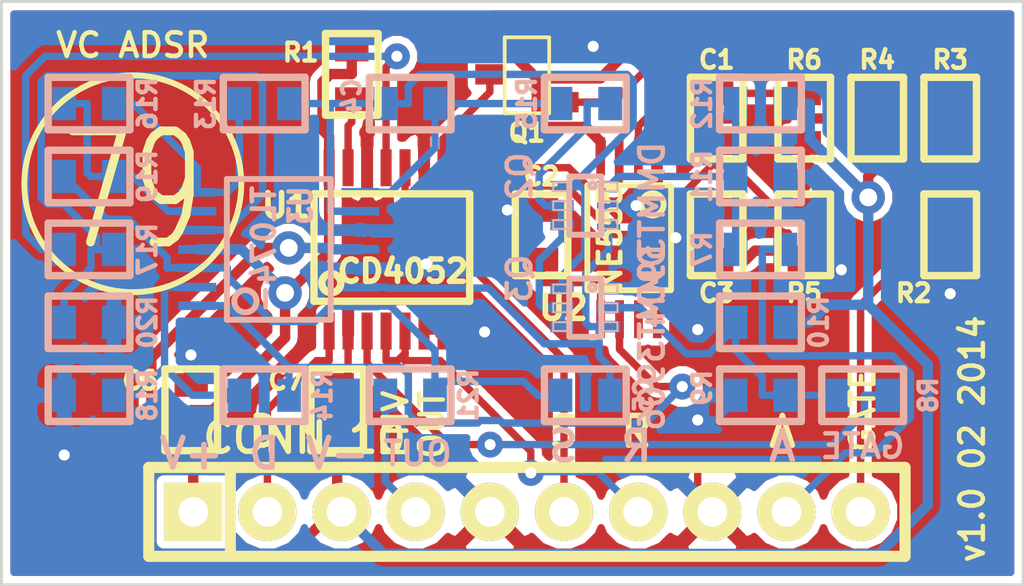
<source format=kicad_pcb>
(kicad_pcb (version 3) (host pcbnew "(2014-02-02 BZR 4653)-product")

  (general
    (links 89)
    (no_connects 0)
    (area 97.899999 74.399999 133.100001 95.60045)
    (thickness 1.6)
    (drawings 23)
    (tracks 406)
    (zones 0)
    (modules 35)
    (nets 30)
  )

  (page A3)
  (layers
    (15 F.Cu signal)
    (0 B.Cu signal)
    (16 B.Adhes user)
    (17 F.Adhes user)
    (18 B.Paste user)
    (19 F.Paste user)
    (20 B.SilkS user)
    (21 F.SilkS user)
    (22 B.Mask user)
    (23 F.Mask user)
    (24 Dwgs.User user)
    (25 Cmts.User user)
    (26 Eco1.User user)
    (27 Eco2.User user)
    (28 Edge.Cuts user)
  )

  (setup
    (last_trace_width 0.254)
    (trace_clearance 0.254)
    (zone_clearance 0.254)
    (zone_45_only no)
    (trace_min 0.254)
    (segment_width 0.2)
    (edge_width 0.1)
    (via_size 0.889)
    (via_drill 0.381)
    (via_min_size 0.889)
    (via_min_drill 0.381)
    (uvia_size 0.508)
    (uvia_drill 0.127)
    (uvias_allowed no)
    (uvia_min_size 0.508)
    (uvia_min_drill 0.127)
    (pcb_text_width 0.3)
    (pcb_text_size 1.5 1.5)
    (mod_edge_width 0.15)
    (mod_text_size 1 1)
    (mod_text_width 0.15)
    (pad_size 1.5 1.5)
    (pad_drill 0.6)
    (pad_to_mask_clearance 0)
    (aux_axis_origin 0 0)
    (visible_elements 7FFEFF7F)
    (pcbplotparams
      (layerselection 284196865)
      (usegerberextensions true)
      (excludeedgelayer true)
      (linewidth 0.150000)
      (plotframeref false)
      (viasonmask false)
      (mode 1)
      (useauxorigin false)
      (hpglpennumber 1)
      (hpglpenspeed 20)
      (hpglpendiameter 15)
      (hpglpenoverlay 2)
      (psnegative false)
      (psa4output false)
      (plotreference true)
      (plotvalue false)
      (plotothertext true)
      (plotinvisibletext false)
      (padsonsilk false)
      (subtractmaskfromsilk true)
      (outputformat 1)
      (mirror false)
      (drillshape 0)
      (scaleselection 1)
      (outputdirectory Gerbers/))
  )

  (net 0 "")
  (net 1 +12V)
  (net 2 -12V)
  (net 3 ATTACK)
  (net 4 DECAY)
  (net 5 "ENV OUT")
  (net 6 GATE)
  (net 7 GND)
  (net 8 N-0000010)
  (net 9 N-0000011)
  (net 10 N-0000012)
  (net 11 N-0000015)
  (net 12 N-0000016)
  (net 13 N-000002)
  (net 14 N-0000021)
  (net 15 N-0000022)
  (net 16 N-0000023)
  (net 17 N-0000024)
  (net 18 N-0000025)
  (net 19 N-0000027)
  (net 20 N-0000028)
  (net 21 N-0000029)
  (net 22 N-000003)
  (net 23 N-0000030)
  (net 24 N-000004)
  (net 25 N-000007)
  (net 26 N-000008)
  (net 27 N-000009)
  (net 28 RELEASE)
  (net 29 SUSTAIN)

  (net_class Default "This is the default net class."
    (clearance 0.254)
    (trace_width 0.254)
    (via_dia 0.889)
    (via_drill 0.381)
    (uvia_dia 0.508)
    (uvia_drill 0.127)
    (add_net "")
    (add_net GND)
    (add_net N-0000010)
    (add_net N-0000011)
    (add_net N-0000012)
    (add_net N-0000015)
    (add_net N-0000016)
    (add_net N-000002)
    (add_net N-0000021)
    (add_net N-0000022)
    (add_net N-0000023)
    (add_net N-0000024)
    (add_net N-0000025)
    (add_net N-0000027)
    (add_net N-0000028)
    (add_net N-0000029)
    (add_net N-000003)
    (add_net N-0000030)
    (add_net N-000004)
    (add_net N-000007)
    (add_net N-000008)
    (add_net N-000009)
  )

  (net_class POWER ""
    (clearance 0.254)
    (trace_width 0.3556)
    (via_dia 1.143)
    (via_drill 0.6096)
    (uvia_dia 0.508)
    (uvia_drill 0.127)
    (add_net +12V)
    (add_net -12V)
  )

  (net_class SIGNAL ""
    (clearance 0.254)
    (trace_width 0.254)
    (via_dia 0.889)
    (via_drill 0.381)
    (uvia_dia 0.508)
    (uvia_drill 0.127)
    (add_net ATTACK)
    (add_net DECAY)
    (add_net "ENV OUT")
    (add_net GATE)
    (add_net RELEASE)
    (add_net SUSTAIN)
  )

  (module TSSOP8-JRL (layer F.Cu) (tedit 52F02B18) (tstamp 52EC3E46)
    (at 119.5 82.5 180)
    (path /52EA6826)
    (attr smd)
    (fp_text reference U2 (at 2.25 -2.5 180) (layer F.SilkS)
      (effects (font (size 0.8128 0.8128) (thickness 0.1905)))
    )
    (fp_text value NE555 (at 0.65 -0.1 270) (layer F.SilkS)
      (effects (font (size 0.762 0.762) (thickness 0.16002)))
    )
    (fp_line (start -1.43 -1.9) (end 1.43 -1.9) (layer F.SilkS) (width 0.2))
    (fp_line (start 1.43 -1.9) (end 1.43 1.7) (layer F.SilkS) (width 0.2))
    (fp_line (start 1.43 1.7) (end -1.43 1.7) (layer F.SilkS) (width 0.2))
    (fp_line (start -1.438 1.678) (end -1.438 -1.878) (layer F.SilkS) (width 0.2))
    (fp_circle (center -0.803 1.043) (end -1.184 1.043) (layer F.SilkS) (width 0.2))
    (pad 1 smd rect (at -0.9554 2.694 180) (size 0.29972 1.30048) (layers F.Cu F.Paste F.Mask)
      (net 7 GND))
    (pad 2 smd rect (at -0.3204 2.694 180) (size 0.29972 1.30048) (layers F.Cu F.Paste F.Mask)
      (net 10 N-0000012))
    (pad 3 smd rect (at 0.34 2.694 180) (size 0.29972 1.30048) (layers F.Cu F.Paste F.Mask)
      (net 24 N-000004))
    (pad 4 smd rect (at 0.975 2.694 180) (size 0.29972 1.30048) (layers F.Cu F.Paste F.Mask)
      (net 1 +12V))
    (pad 5 smd rect (at 0.975 -2.894 180) (size 0.29972 1.30048) (layers F.Cu F.Paste F.Mask)
      (net 9 N-0000011))
    (pad 6 smd rect (at 0.3273 -2.894 180) (size 0.29972 1.30048) (layers F.Cu F.Paste F.Mask)
      (net 22 N-000003))
    (pad 7 smd rect (at -0.3204 -2.894 180) (size 0.29972 1.30048) (layers F.Cu F.Paste F.Mask))
    (pad 8 smd rect (at -0.9681 -2.894 180) (size 0.29972 1.30048) (layers F.Cu F.Paste F.Mask)
      (net 1 +12V))
    (model smd\smd_dil\tssop-14.wrl
      (at (xyz 0 0 0))
      (scale (xyz 1 1 1))
      (rotate (xyz 0 0 0))
    )
  )

  (module TSSOP16 (layer F.Cu) (tedit 52F02AEC) (tstamp 52EC3E5F)
    (at 111.5 83)
    (path /52E9DAA2)
    (attr smd)
    (fp_text reference U1 (at -3.75 -1.5) (layer F.SilkS)
      (effects (font (size 0.8128 0.8128) (thickness 0.1905)))
    )
    (fp_text value CD4052 (at 0.24892 0.7493) (layer F.SilkS)
      (effects (font (size 0.762 0.762) (thickness 0.1905)))
    )
    (fp_line (start -2.794 -1.905) (end 2.54 -1.905) (layer F.SilkS) (width 0.254))
    (fp_line (start 2.54 -1.905) (end 2.54 1.778) (layer F.SilkS) (width 0.254))
    (fp_line (start 2.54 1.778) (end -2.794 1.778) (layer F.SilkS) (width 0.254))
    (fp_line (start -2.794 1.778) (end -2.794 -1.905) (layer F.SilkS) (width 0.254))
    (fp_circle (center -2.20218 1.15824) (end -2.40538 1.41224) (layer F.SilkS) (width 0.254))
    (pad 1 smd rect (at -2.27584 2.79908) (size 0.381 1.27) (layers F.Cu F.Paste F.Mask)
      (net 4 DECAY))
    (pad 2 smd rect (at -1.6256 2.79908) (size 0.381 1.27) (layers F.Cu F.Paste F.Mask)
      (net 7 GND))
    (pad 3 smd rect (at -0.97536 2.79908) (size 0.381 1.27) (layers F.Cu F.Paste F.Mask)
      (net 26 N-000008))
    (pad 4 smd rect (at -0.32512 2.79908) (size 0.381 1.27) (layers F.Cu F.Paste F.Mask)
      (net 28 RELEASE))
    (pad 5 smd rect (at 0.32512 2.79908) (size 0.381 1.27) (layers F.Cu F.Paste F.Mask)
      (net 28 RELEASE))
    (pad 6 smd rect (at 0.97536 2.79908) (size 0.381 1.27) (layers F.Cu F.Paste F.Mask)
      (net 7 GND))
    (pad 7 smd rect (at 1.6256 2.79908) (size 0.381 1.27) (layers F.Cu F.Paste F.Mask)
      (net 7 GND))
    (pad 8 smd rect (at 2.27584 2.79908) (size 0.381 1.27) (layers F.Cu F.Paste F.Mask)
      (net 7 GND))
    (pad 9 smd rect (at 2.27584 -2.79908) (size 0.381 1.27) (layers F.Cu F.Paste F.Mask)
      (net 24 N-000004))
    (pad 10 smd rect (at 1.6256 -2.79908) (size 0.381 1.27) (layers F.Cu F.Paste F.Mask)
      (net 8 N-0000010))
    (pad 11 smd rect (at 0.97536 -2.79908) (size 0.381 1.27) (layers F.Cu F.Paste F.Mask)
      (net 7 GND))
    (pad 12 smd rect (at 0.32512 -2.79908) (size 0.381 1.27) (layers F.Cu F.Paste F.Mask)
      (net 29 SUSTAIN))
    (pad 13 smd rect (at -0.32512 -2.79908) (size 0.381 1.27) (layers F.Cu F.Paste F.Mask)
      (net 17 N-0000024))
    (pad 14 smd rect (at -0.97536 -2.79908) (size 0.381 1.27) (layers F.Cu F.Paste F.Mask)
      (net 7 GND))
    (pad 15 smd rect (at -1.6256 -2.79908) (size 0.381 1.27) (layers F.Cu F.Paste F.Mask)
      (net 21 N-0000029))
    (pad 16 smd rect (at -2.27584 -2.79908) (size 0.381 1.27) (layers F.Cu F.Paste F.Mask)
      (net 1 +12V))
    (model smd\smd_dil\tssop-16.wrl
      (at (xyz 0 0 0))
      (scale (xyz 1 1 1))
      (rotate (xyz 0 0 0))
    )
  )

  (module TSSOP14 (layer B.Cu) (tedit 52F02B6A) (tstamp 52EC3E76)
    (at 107.5 83 90)
    (path /52E9CC88)
    (attr smd)
    (fp_text reference U3 (at 1.5 0.75 270) (layer B.SilkS)
      (effects (font (size 0.762 0.635) (thickness 0.16002)) (justify mirror))
    )
    (fp_text value TL074- (at 0 -0.508 90) (layer B.SilkS)
      (effects (font (size 0.762 0.762) (thickness 0.16002)) (justify mirror))
    )
    (fp_line (start -2.413 1.778) (end 2.413 1.778) (layer B.SilkS) (width 0.2032))
    (fp_line (start 2.413 1.778) (end 2.413 -1.778) (layer B.SilkS) (width 0.2032))
    (fp_line (start 2.413 -1.778) (end -2.413 -1.778) (layer B.SilkS) (width 0.2032))
    (fp_line (start -2.413 -1.778) (end -2.413 1.778) (layer B.SilkS) (width 0.2032))
    (fp_circle (center -1.778 -1.143) (end -2.159 -1.143) (layer B.SilkS) (width 0.2032))
    (pad 1 smd rect (at -1.9304 -2.794 90) (size 0.29972 1.30048) (layers B.Cu B.Paste B.Mask)
      (net 22 N-000003))
    (pad 2 smd rect (at -1.2954 -2.794 90) (size 0.29972 1.30048) (layers B.Cu B.Paste B.Mask)
      (net 13 N-000002))
    (pad 3 smd rect (at -0.635 -2.794 90) (size 0.29972 1.30048) (layers B.Cu B.Paste B.Mask)
      (net 20 N-0000028))
    (pad 4 smd rect (at 0 -2.794 90) (size 0.29972 1.30048) (layers B.Cu B.Paste B.Mask)
      (net 1 +12V))
    (pad 5 smd rect (at 0.6604 -2.794 90) (size 0.29972 1.30048) (layers B.Cu B.Paste B.Mask)
      (net 23 N-0000030))
    (pad 6 smd rect (at 1.3081 -2.794 90) (size 0.29972 1.30048) (layers B.Cu B.Paste B.Mask)
      (net 16 N-0000023))
    (pad 7 smd rect (at 1.9558 -2.794 90) (size 0.29972 1.30048) (layers B.Cu B.Paste B.Mask)
      (net 18 N-0000025))
    (pad 8 smd rect (at 1.9558 2.794 90) (size 0.29972 1.30048) (layers B.Cu B.Paste B.Mask)
      (net 15 N-0000022))
    (pad 9 smd rect (at 1.3081 2.794 90) (size 0.29972 1.30048) (layers B.Cu B.Paste B.Mask)
      (net 14 N-0000021))
    (pad 10 smd rect (at 0.6604 2.794 90) (size 0.29972 1.30048) (layers B.Cu B.Paste B.Mask)
      (net 7 GND))
    (pad 11 smd rect (at 0 2.794 90) (size 0.29972 1.30048) (layers B.Cu B.Paste B.Mask)
      (net 2 -12V))
    (pad 12 smd rect (at -0.6477 2.794 90) (size 0.29972 1.30048) (layers B.Cu B.Paste B.Mask)
      (net 7 GND))
    (pad 13 smd rect (at -1.2954 2.794 90) (size 0.29972 1.30048) (layers B.Cu B.Paste B.Mask)
      (net 19 N-0000027))
    (pad 14 smd rect (at -1.9431 2.794 90) (size 0.29972 1.30048) (layers B.Cu B.Paste B.Mask)
      (net 20 N-0000028))
    (model smd\smd_dil\tssop-14.wrl
      (at (xyz 0 0 0))
      (scale (xyz 1 1 1))
      (rotate (xyz 0 0 0))
    )
  )

  (module SOT363-JRL (layer B.Cu) (tedit 52F02B7C) (tstamp 52EFBA56)
    (at 118 85 270)
    (descr "SMALL OUTLINE TRANSISTOR; 6 LEADS")
    (tags "SMALL OUTLINE TRANSISTOR; 6 LEADS")
    (path /52EA83F8)
    (attr smd)
    (fp_text reference Q3 (at -1 2.25 270) (layer B.SilkS)
      (effects (font (size 0.8128 0.8128) (thickness 0.1524)) (justify mirror))
    )
    (fp_text value DMMT3906 (at 1.016 -2.286 270) (layer B.SilkS)
      (effects (font (size 0.8128 0.8128) (thickness 0.1524)) (justify mirror))
    )
    (fp_line (start -0.79756 -1.09982) (end -0.49784 -1.09982) (layer B.SilkS) (width 0.06604))
    (fp_line (start -0.49784 -1.09982) (end -0.49784 -0.59944) (layer B.SilkS) (width 0.06604))
    (fp_line (start -0.79756 -0.59944) (end -0.49784 -0.59944) (layer B.SilkS) (width 0.06604))
    (fp_line (start -0.79756 -1.09982) (end -0.79756 -0.59944) (layer B.SilkS) (width 0.06604))
    (fp_line (start -0.14986 -1.09982) (end 0.14986 -1.09982) (layer B.SilkS) (width 0.06604))
    (fp_line (start 0.14986 -1.09982) (end 0.14986 -0.59944) (layer B.SilkS) (width 0.06604))
    (fp_line (start -0.14986 -0.59944) (end 0.14986 -0.59944) (layer B.SilkS) (width 0.06604))
    (fp_line (start -0.14986 -1.09982) (end -0.14986 -0.59944) (layer B.SilkS) (width 0.06604))
    (fp_line (start 0.49784 -1.09982) (end 0.79756 -1.09982) (layer B.SilkS) (width 0.06604))
    (fp_line (start 0.79756 -1.09982) (end 0.79756 -0.59944) (layer B.SilkS) (width 0.06604))
    (fp_line (start 0.49784 -0.59944) (end 0.79756 -0.59944) (layer B.SilkS) (width 0.06604))
    (fp_line (start 0.49784 -1.09982) (end 0.49784 -0.59944) (layer B.SilkS) (width 0.06604))
    (fp_line (start 0.49784 0.59944) (end 0.79756 0.59944) (layer B.SilkS) (width 0.06604))
    (fp_line (start 0.79756 0.59944) (end 0.79756 1.09982) (layer B.SilkS) (width 0.06604))
    (fp_line (start 0.49784 1.09982) (end 0.79756 1.09982) (layer B.SilkS) (width 0.06604))
    (fp_line (start 0.49784 0.59944) (end 0.49784 1.09982) (layer B.SilkS) (width 0.06604))
    (fp_line (start -0.14986 0.59944) (end 0.14986 0.59944) (layer B.SilkS) (width 0.06604))
    (fp_line (start 0.14986 0.59944) (end 0.14986 1.09982) (layer B.SilkS) (width 0.06604))
    (fp_line (start -0.14986 1.09982) (end 0.14986 1.09982) (layer B.SilkS) (width 0.06604))
    (fp_line (start -0.14986 0.59944) (end -0.14986 1.09982) (layer B.SilkS) (width 0.06604))
    (fp_line (start -0.79756 0.59944) (end -0.49784 0.59944) (layer B.SilkS) (width 0.06604))
    (fp_line (start -0.49784 0.59944) (end -0.49784 1.09982) (layer B.SilkS) (width 0.06604))
    (fp_line (start -0.79756 1.09982) (end -0.49784 1.09982) (layer B.SilkS) (width 0.06604))
    (fp_line (start -0.79756 0.59944) (end -0.79756 1.09982) (layer B.SilkS) (width 0.06604))
    (fp_line (start -0.99822 0.54864) (end 0.99822 0.54864) (layer B.SilkS) (width 0.2032))
    (fp_line (start 0.99822 0.54864) (end 0.99822 -0.54864) (layer B.SilkS) (width 0.2032))
    (fp_line (start 0.99822 -0.54864) (end -0.99822 -0.54864) (layer B.SilkS) (width 0.2032))
    (fp_line (start -0.99822 -0.54864) (end -0.99822 0.54864) (layer B.SilkS) (width 0.2032))
    (fp_circle (center -0.6985 -0.24892) (end -0.77216 -0.32258) (layer B.SilkS) (width 0.1524))
    (pad 1 smd rect (at -0.6477 -0.79756 270) (size 0.39878 0.79756) (layers B.Cu B.Paste B.Mask)
      (net 7 GND))
    (pad 2 smd rect (at 0 -0.79756 270) (size 0.39878 0.79756) (layers B.Cu B.Paste B.Mask)
      (net 25 N-000007))
    (pad 3 smd rect (at 0.6477 -0.79756 270) (size 0.39878 0.79756) (layers B.Cu B.Paste B.Mask)
      (net 19 N-0000027))
    (pad 4 smd rect (at 0.6477 0.79756 270) (size 0.39878 0.79756) (layers B.Cu B.Paste B.Mask)
      (net 11 N-0000015))
    (pad 5 smd rect (at 0 0.79756 270) (size 0.39878 0.79756) (layers B.Cu B.Paste B.Mask)
      (net 11 N-0000015))
    (pad 6 smd rect (at -0.6477 0.79756 270) (size 0.39878 0.79756) (layers B.Cu B.Paste B.Mask)
      (net 14 N-0000021))
  )

  (module SOT363-JRL (layer B.Cu) (tedit 52F02B77) (tstamp 52EFBA7E)
    (at 118 81.5 270)
    (descr "SMALL OUTLINE TRANSISTOR; 6 LEADS")
    (tags "SMALL OUTLINE TRANSISTOR; 6 LEADS")
    (path /52EA83E9)
    (attr smd)
    (fp_text reference Q2 (at -1 2.25 450) (layer B.SilkS)
      (effects (font (size 0.8128 0.8128) (thickness 0.1524)) (justify mirror))
    )
    (fp_text value DMMT3904 (at 1.016 -2.286 270) (layer B.SilkS)
      (effects (font (size 0.8128 0.8128) (thickness 0.1524)) (justify mirror))
    )
    (fp_line (start -0.79756 -1.09982) (end -0.49784 -1.09982) (layer B.SilkS) (width 0.06604))
    (fp_line (start -0.49784 -1.09982) (end -0.49784 -0.59944) (layer B.SilkS) (width 0.06604))
    (fp_line (start -0.79756 -0.59944) (end -0.49784 -0.59944) (layer B.SilkS) (width 0.06604))
    (fp_line (start -0.79756 -1.09982) (end -0.79756 -0.59944) (layer B.SilkS) (width 0.06604))
    (fp_line (start -0.14986 -1.09982) (end 0.14986 -1.09982) (layer B.SilkS) (width 0.06604))
    (fp_line (start 0.14986 -1.09982) (end 0.14986 -0.59944) (layer B.SilkS) (width 0.06604))
    (fp_line (start -0.14986 -0.59944) (end 0.14986 -0.59944) (layer B.SilkS) (width 0.06604))
    (fp_line (start -0.14986 -1.09982) (end -0.14986 -0.59944) (layer B.SilkS) (width 0.06604))
    (fp_line (start 0.49784 -1.09982) (end 0.79756 -1.09982) (layer B.SilkS) (width 0.06604))
    (fp_line (start 0.79756 -1.09982) (end 0.79756 -0.59944) (layer B.SilkS) (width 0.06604))
    (fp_line (start 0.49784 -0.59944) (end 0.79756 -0.59944) (layer B.SilkS) (width 0.06604))
    (fp_line (start 0.49784 -1.09982) (end 0.49784 -0.59944) (layer B.SilkS) (width 0.06604))
    (fp_line (start 0.49784 0.59944) (end 0.79756 0.59944) (layer B.SilkS) (width 0.06604))
    (fp_line (start 0.79756 0.59944) (end 0.79756 1.09982) (layer B.SilkS) (width 0.06604))
    (fp_line (start 0.49784 1.09982) (end 0.79756 1.09982) (layer B.SilkS) (width 0.06604))
    (fp_line (start 0.49784 0.59944) (end 0.49784 1.09982) (layer B.SilkS) (width 0.06604))
    (fp_line (start -0.14986 0.59944) (end 0.14986 0.59944) (layer B.SilkS) (width 0.06604))
    (fp_line (start 0.14986 0.59944) (end 0.14986 1.09982) (layer B.SilkS) (width 0.06604))
    (fp_line (start -0.14986 1.09982) (end 0.14986 1.09982) (layer B.SilkS) (width 0.06604))
    (fp_line (start -0.14986 0.59944) (end -0.14986 1.09982) (layer B.SilkS) (width 0.06604))
    (fp_line (start -0.79756 0.59944) (end -0.49784 0.59944) (layer B.SilkS) (width 0.06604))
    (fp_line (start -0.49784 0.59944) (end -0.49784 1.09982) (layer B.SilkS) (width 0.06604))
    (fp_line (start -0.79756 1.09982) (end -0.49784 1.09982) (layer B.SilkS) (width 0.06604))
    (fp_line (start -0.79756 0.59944) (end -0.79756 1.09982) (layer B.SilkS) (width 0.06604))
    (fp_line (start -0.99822 0.54864) (end 0.99822 0.54864) (layer B.SilkS) (width 0.2032))
    (fp_line (start 0.99822 0.54864) (end 0.99822 -0.54864) (layer B.SilkS) (width 0.2032))
    (fp_line (start 0.99822 -0.54864) (end -0.99822 -0.54864) (layer B.SilkS) (width 0.2032))
    (fp_line (start -0.99822 -0.54864) (end -0.99822 0.54864) (layer B.SilkS) (width 0.2032))
    (fp_circle (center -0.6985 -0.24892) (end -0.77216 -0.32258) (layer B.SilkS) (width 0.1524))
    (pad 1 smd rect (at -0.6477 -0.79756 270) (size 0.39878 0.79756) (layers B.Cu B.Paste B.Mask)
      (net 12 N-0000016))
    (pad 2 smd rect (at 0 -0.79756 270) (size 0.39878 0.79756) (layers B.Cu B.Paste B.Mask)
      (net 7 GND))
    (pad 3 smd rect (at 0.6477 -0.79756 270) (size 0.39878 0.79756) (layers B.Cu B.Paste B.Mask)
      (net 19 N-0000027))
    (pad 4 smd rect (at 0.6477 0.79756 270) (size 0.39878 0.79756) (layers B.Cu B.Paste B.Mask)
      (net 11 N-0000015))
    (pad 5 smd rect (at 0 0.79756 270) (size 0.39878 0.79756) (layers B.Cu B.Paste B.Mask)
      (net 11 N-0000015))
    (pad 6 smd rect (at -0.6477 0.79756 270) (size 0.39878 0.79756) (layers B.Cu B.Paste B.Mask)
      (net 14 N-0000021))
  )

  (module SOT23-JRL (layer F.Cu) (tedit 52F02A8D) (tstamp 52EF2878)
    (at 116 77 90)
    (tags SOT23)
    (path /52EA6833)
    (fp_text reference Q1 (at -2 0 180) (layer F.SilkS)
      (effects (font (size 0.6096 0.6096) (thickness 0.1524)))
    )
    (fp_text value 2N3904 (at 0.0635 0 90) (layer F.SilkS) hide
      (effects (font (size 0.8128 0.8128) (thickness 0.1524)))
    )
    (fp_line (start 1.27 0.762) (end -1.3335 0.762) (layer F.SilkS) (width 0.127))
    (fp_line (start -1.3335 0.762) (end -1.3335 -0.762) (layer F.SilkS) (width 0.127))
    (fp_line (start -1.3335 -0.762) (end 1.27 -0.762) (layer F.SilkS) (width 0.127))
    (fp_line (start 1.27 -0.762) (end 1.27 0.762) (layer F.SilkS) (width 0.127))
    (pad 3 smd rect (at 0 -1.27 90) (size 0.70104 1.00076) (layers F.Cu F.Paste F.Mask)
      (net 8 N-0000010))
    (pad 1 smd rect (at 0.9525 1.27 90) (size 0.70104 1.00076) (layers F.Cu F.Paste F.Mask)
      (net 7 GND))
    (pad 2 smd rect (at -0.9525 1.27 90) (size 0.70104 1.00076) (layers F.Cu F.Paste F.Mask)
      (net 27 N-000009))
    (model smd/SOT23_6.wrl
      (at (xyz 0 0 0))
      (scale (xyz 0.11 0.11 0.11))
      (rotate (xyz 0 0 -180))
    )
  )

  (module SM0603-JRL (layer B.Cu) (tedit 52F02B8C) (tstamp 52EC3ED9)
    (at 124 88)
    (path /52EA8356)
    (attr smd)
    (fp_text reference R9 (at -2 -0.25 90) (layer B.SilkS)
      (effects (font (size 0.6096 0.6096) (thickness 0.1524)) (justify mirror))
    )
    (fp_text value 2.2K (at 0 0) (layer B.SilkS) hide
      (effects (font (size 0.508 0.4572) (thickness 0.1143)) (justify mirror))
    )
    (fp_line (start -1.4 -0.9) (end 1.4 -0.9) (layer B.SilkS) (width 0.254))
    (fp_line (start 1.4 -0.9) (end 1.4 0.9) (layer B.SilkS) (width 0.254))
    (fp_line (start 1.4 0.9) (end -1.4 0.9) (layer B.SilkS) (width 0.254))
    (fp_line (start -1.4 0.9) (end -1.4 -0.9) (layer B.SilkS) (width 0.254))
    (pad 1 smd rect (at -0.8509 0) (size 0.8128 1.143) (layers B.Cu B.Paste B.Mask)
      (net 7 GND))
    (pad 2 smd rect (at 0.8509 0) (size 0.8128 1.143) (layers B.Cu B.Paste B.Mask)
      (net 25 N-000007))
    (model smd\resistors\R0603.wrl
      (at (xyz 0 0 0.001))
      (scale (xyz 0.5 0.5 0.5))
      (rotate (xyz 0 0 0))
    )
  )

  (module SM0603-JRL (layer F.Cu) (tedit 52F02A9D) (tstamp 52EF286C)
    (at 128 78.5 270)
    (path /52EA68F7)
    (attr smd)
    (fp_text reference R4 (at -2 0 360) (layer F.SilkS)
      (effects (font (size 0.6096 0.6096) (thickness 0.1524)))
    )
    (fp_text value 330K (at 0 0 270) (layer F.SilkS) hide
      (effects (font (size 0.508 0.4572) (thickness 0.1143)))
    )
    (fp_line (start -1.4 0.9) (end 1.4 0.9) (layer F.SilkS) (width 0.254))
    (fp_line (start 1.4 0.9) (end 1.4 -0.9) (layer F.SilkS) (width 0.254))
    (fp_line (start 1.4 -0.9) (end -1.4 -0.9) (layer F.SilkS) (width 0.254))
    (fp_line (start -1.4 -0.9) (end -1.4 0.9) (layer F.SilkS) (width 0.254))
    (pad 1 smd rect (at -0.8509 0 270) (size 0.8128 1.143) (layers F.Cu F.Paste F.Mask)
      (net 27 N-000009))
    (pad 2 smd rect (at 0.8509 0 270) (size 0.8128 1.143) (layers F.Cu F.Paste F.Mask)
      (net 2 -12V))
    (model smd\resistors\R0603.wrl
      (at (xyz 0 0 0.001))
      (scale (xyz 0.5 0.5 0.5))
      (rotate (xyz 0 0 0))
    )
  )

  (module SM0603-JRL (layer F.Cu) (tedit 52F02A96) (tstamp 52EC3EED)
    (at 122.5 78.5 90)
    (path /52EA6BA1)
    (attr smd)
    (fp_text reference C1 (at 2 0 180) (layer F.SilkS)
      (effects (font (size 0.6096 0.6096) (thickness 0.1524)))
    )
    (fp_text value 100n (at 0 0 90) (layer F.SilkS) hide
      (effects (font (size 0.508 0.4572) (thickness 0.1143)))
    )
    (fp_line (start -1.4 0.9) (end 1.4 0.9) (layer F.SilkS) (width 0.254))
    (fp_line (start 1.4 0.9) (end 1.4 -0.9) (layer F.SilkS) (width 0.254))
    (fp_line (start 1.4 -0.9) (end -1.4 -0.9) (layer F.SilkS) (width 0.254))
    (fp_line (start -1.4 -0.9) (end -1.4 0.9) (layer F.SilkS) (width 0.254))
    (pad 1 smd rect (at -0.8509 0 90) (size 0.8128 1.143) (layers F.Cu F.Paste F.Mask)
      (net 8 N-0000010))
    (pad 2 smd rect (at 0.8509 0 90) (size 0.8128 1.143) (layers F.Cu F.Paste F.Mask)
      (net 10 N-0000012))
    (model smd\resistors\R0603.wrl
      (at (xyz 0 0 0.001))
      (scale (xyz 0.5 0.5 0.5))
      (rotate (xyz 0 0 0))
    )
  )

  (module SM0603-JRL (layer F.Cu) (tedit 52F02A99) (tstamp 52EC3EF7)
    (at 125.5 78.5 90)
    (path /52EA6BBB)
    (attr smd)
    (fp_text reference R6 (at 2 0 180) (layer F.SilkS)
      (effects (font (size 0.6096 0.6096) (thickness 0.1524)))
    )
    (fp_text value 10K (at 0 0 90) (layer F.SilkS) hide
      (effects (font (size 0.508 0.4572) (thickness 0.1143)))
    )
    (fp_line (start -1.4 0.9) (end 1.4 0.9) (layer F.SilkS) (width 0.254))
    (fp_line (start 1.4 0.9) (end 1.4 -0.9) (layer F.SilkS) (width 0.254))
    (fp_line (start 1.4 -0.9) (end -1.4 -0.9) (layer F.SilkS) (width 0.254))
    (fp_line (start -1.4 -0.9) (end -1.4 0.9) (layer F.SilkS) (width 0.254))
    (pad 1 smd rect (at -0.8509 0 90) (size 0.8128 1.143) (layers F.Cu F.Paste F.Mask)
      (net 1 +12V))
    (pad 2 smd rect (at 0.8509 0 90) (size 0.8128 1.143) (layers F.Cu F.Paste F.Mask)
      (net 10 N-0000012))
    (model smd\resistors\R0603.wrl
      (at (xyz 0 0 0.001))
      (scale (xyz 0.5 0.5 0.5))
      (rotate (xyz 0 0 0))
    )
  )

  (module SM0603-JRL (layer F.Cu) (tedit 52F02AB3) (tstamp 52EC3F01)
    (at 116.5 82.5 90)
    (path /52EA7373)
    (attr smd)
    (fp_text reference C2 (at 2 0 180) (layer F.SilkS)
      (effects (font (size 0.6096 0.6096) (thickness 0.1524)))
    )
    (fp_text value 0.01μ (at 0 0 90) (layer F.SilkS) hide
      (effects (font (size 0.508 0.4572) (thickness 0.1143)))
    )
    (fp_line (start -1.4 0.9) (end 1.4 0.9) (layer F.SilkS) (width 0.254))
    (fp_line (start 1.4 0.9) (end 1.4 -0.9) (layer F.SilkS) (width 0.254))
    (fp_line (start 1.4 -0.9) (end -1.4 -0.9) (layer F.SilkS) (width 0.254))
    (fp_line (start -1.4 -0.9) (end -1.4 0.9) (layer F.SilkS) (width 0.254))
    (pad 1 smd rect (at -0.8509 0 90) (size 0.8128 1.143) (layers F.Cu F.Paste F.Mask)
      (net 9 N-0000011))
    (pad 2 smd rect (at 0.8509 0 90) (size 0.8128 1.143) (layers F.Cu F.Paste F.Mask)
      (net 7 GND))
    (model smd\resistors\R0603.wrl
      (at (xyz 0 0 0.001))
      (scale (xyz 0.5 0.5 0.5))
      (rotate (xyz 0 0 0))
    )
  )

  (module SM0603-JRL (layer B.Cu) (tedit 52F02B5A) (tstamp 52EC3F0B)
    (at 107 88 180)
    (path /52EA7939)
    (attr smd)
    (fp_text reference R14 (at -2 0 270) (layer B.SilkS)
      (effects (font (size 0.6096 0.6096) (thickness 0.1524)) (justify mirror))
    )
    (fp_text value 56K** (at 0 0 180) (layer B.SilkS) hide
      (effects (font (size 0.508 0.4572) (thickness 0.1143)) (justify mirror))
    )
    (fp_line (start -1.4 -0.9) (end 1.4 -0.9) (layer B.SilkS) (width 0.254))
    (fp_line (start 1.4 -0.9) (end 1.4 0.9) (layer B.SilkS) (width 0.254))
    (fp_line (start 1.4 0.9) (end -1.4 0.9) (layer B.SilkS) (width 0.254))
    (fp_line (start -1.4 0.9) (end -1.4 -0.9) (layer B.SilkS) (width 0.254))
    (pad 1 smd rect (at -0.8509 0 180) (size 0.8128 1.143) (layers B.Cu B.Paste B.Mask)
      (net 22 N-000003))
    (pad 2 smd rect (at 0.8509 0 180) (size 0.8128 1.143) (layers B.Cu B.Paste B.Mask)
      (net 13 N-000002))
    (model smd\resistors\R0603.wrl
      (at (xyz 0 0 0.001))
      (scale (xyz 0.5 0.5 0.5))
      (rotate (xyz 0 0 0))
    )
  )

  (module SM0603-JRL (layer B.Cu) (tedit 52F02B54) (tstamp 52EC3F15)
    (at 101 88 180)
    (path /52EA793F)
    (attr smd)
    (fp_text reference R18 (at -2 0 270) (layer B.SilkS)
      (effects (font (size 0.6096 0.6096) (thickness 0.1524)) (justify mirror))
    )
    (fp_text value 100K (at 0 0 180) (layer B.SilkS) hide
      (effects (font (size 0.508 0.4572) (thickness 0.1143)) (justify mirror))
    )
    (fp_line (start -1.4 -0.9) (end 1.4 -0.9) (layer B.SilkS) (width 0.254))
    (fp_line (start 1.4 -0.9) (end 1.4 0.9) (layer B.SilkS) (width 0.254))
    (fp_line (start 1.4 0.9) (end -1.4 0.9) (layer B.SilkS) (width 0.254))
    (fp_line (start -1.4 0.9) (end -1.4 -0.9) (layer B.SilkS) (width 0.254))
    (pad 1 smd rect (at -0.8509 0 180) (size 0.8128 1.143) (layers B.Cu B.Paste B.Mask)
      (net 13 N-000002))
    (pad 2 smd rect (at 0.8509 0 180) (size 0.8128 1.143) (layers B.Cu B.Paste B.Mask)
      (net 7 GND))
    (model smd\resistors\R0603.wrl
      (at (xyz 0 0 0.001))
      (scale (xyz 0.5 0.5 0.5))
      (rotate (xyz 0 0 0))
    )
  )

  (module SM0603-JRL (layer F.Cu) (tedit 52F02ABA) (tstamp 52EC3F1F)
    (at 122.5 82.5 90)
    (path /52EC40BB)
    (attr smd)
    (fp_text reference C3 (at -2 0 180) (layer F.SilkS)
      (effects (font (size 0.6096 0.6096) (thickness 0.1524)))
    )
    (fp_text value 100n (at 0 0 90) (layer F.SilkS) hide
      (effects (font (size 0.508 0.4572) (thickness 0.1143)))
    )
    (fp_line (start -1.4 0.9) (end 1.4 0.9) (layer F.SilkS) (width 0.254))
    (fp_line (start 1.4 0.9) (end 1.4 -0.9) (layer F.SilkS) (width 0.254))
    (fp_line (start 1.4 -0.9) (end -1.4 -0.9) (layer F.SilkS) (width 0.254))
    (fp_line (start -1.4 -0.9) (end -1.4 0.9) (layer F.SilkS) (width 0.254))
    (pad 1 smd rect (at -0.8509 0 90) (size 0.8128 1.143) (layers F.Cu F.Paste F.Mask)
      (net 1 +12V))
    (pad 2 smd rect (at 0.8509 0 90) (size 0.8128 1.143) (layers F.Cu F.Paste F.Mask)
      (net 7 GND))
    (model smd\resistors\R0603.wrl
      (at (xyz 0 0 0.001))
      (scale (xyz 0.5 0.5 0.5))
      (rotate (xyz 0 0 0))
    )
  )

  (module SM0603-JRL (layer B.Cu) (tedit 52F02B81) (tstamp 52EF2814)
    (at 124 85.5 180)
    (path /52EA835C)
    (attr smd)
    (fp_text reference R10 (at -2 0 270) (layer B.SilkS)
      (effects (font (size 0.6096 0.6096) (thickness 0.1524)) (justify mirror))
    )
    (fp_text value 270K (at 0 0 180) (layer B.SilkS) hide
      (effects (font (size 0.508 0.4572) (thickness 0.1143)) (justify mirror))
    )
    (fp_line (start -1.4 -0.9) (end 1.4 -0.9) (layer B.SilkS) (width 0.254))
    (fp_line (start 1.4 -0.9) (end 1.4 0.9) (layer B.SilkS) (width 0.254))
    (fp_line (start 1.4 0.9) (end -1.4 0.9) (layer B.SilkS) (width 0.254))
    (fp_line (start -1.4 0.9) (end -1.4 -0.9) (layer B.SilkS) (width 0.254))
    (pad 1 smd rect (at -0.8509 0 180) (size 0.8128 1.143) (layers B.Cu B.Paste B.Mask)
      (net 2 -12V))
    (pad 2 smd rect (at 0.8509 0 180) (size 0.8128 1.143) (layers B.Cu B.Paste B.Mask)
      (net 25 N-000007))
    (model smd\resistors\R0603.wrl
      (at (xyz 0 0 0.001))
      (scale (xyz 0.5 0.5 0.5))
      (rotate (xyz 0 0 0))
    )
  )

  (module SM0603-JRL (layer B.Cu) (tedit 52F02B32) (tstamp 52EC3F33)
    (at 124 83 180)
    (path /52EA8929)
    (attr smd)
    (fp_text reference R7 (at 2 0 270) (layer B.SilkS)
      (effects (font (size 0.6096 0.6096) (thickness 0.1524)) (justify mirror))
    )
    (fp_text value 43K** (at 0 0 180) (layer B.SilkS) hide
      (effects (font (size 0.508 0.4572) (thickness 0.1143)) (justify mirror))
    )
    (fp_line (start -1.4 -0.9) (end 1.4 -0.9) (layer B.SilkS) (width 0.254))
    (fp_line (start 1.4 -0.9) (end 1.4 0.9) (layer B.SilkS) (width 0.254))
    (fp_line (start 1.4 0.9) (end -1.4 0.9) (layer B.SilkS) (width 0.254))
    (fp_line (start -1.4 0.9) (end -1.4 -0.9) (layer B.SilkS) (width 0.254))
    (pad 1 smd rect (at -0.8509 0 180) (size 0.8128 1.143) (layers B.Cu B.Paste B.Mask)
      (net 3 ATTACK))
    (pad 2 smd rect (at 0.8509 0 180) (size 0.8128 1.143) (layers B.Cu B.Paste B.Mask)
      (net 12 N-0000016))
    (model smd\resistors\R0603.wrl
      (at (xyz 0 0 0.001))
      (scale (xyz 0.5 0.5 0.5))
      (rotate (xyz 0 0 0))
    )
  )

  (module SM0603-JRL (layer B.Cu) (tedit 52F02B2F) (tstamp 52EF282A)
    (at 124 80.5 180)
    (path /52EA893B)
    (attr smd)
    (fp_text reference R11 (at 2 0 270) (layer B.SilkS)
      (effects (font (size 0.6096 0.6096) (thickness 0.1524)) (justify mirror))
    )
    (fp_text value 2.2K (at 0 0 180) (layer B.SilkS) hide
      (effects (font (size 0.508 0.4572) (thickness 0.1143)) (justify mirror))
    )
    (fp_line (start -1.4 -0.9) (end 1.4 -0.9) (layer B.SilkS) (width 0.254))
    (fp_line (start 1.4 -0.9) (end 1.4 0.9) (layer B.SilkS) (width 0.254))
    (fp_line (start 1.4 0.9) (end -1.4 0.9) (layer B.SilkS) (width 0.254))
    (fp_line (start -1.4 0.9) (end -1.4 -0.9) (layer B.SilkS) (width 0.254))
    (pad 1 smd rect (at -0.8509 0 180) (size 0.8128 1.143) (layers B.Cu B.Paste B.Mask)
      (net 7 GND))
    (pad 2 smd rect (at 0.8509 0 180) (size 0.8128 1.143) (layers B.Cu B.Paste B.Mask)
      (net 12 N-0000016))
    (model smd\resistors\R0603.wrl
      (at (xyz 0 0 0.001))
      (scale (xyz 0.5 0.5 0.5))
      (rotate (xyz 0 0 0))
    )
  )

  (module SM0603-JRL (layer B.Cu) (tedit 52F02B2D) (tstamp 52EF281F)
    (at 124 78 180)
    (path /52EA8941)
    (attr smd)
    (fp_text reference R12 (at 2 0 270) (layer B.SilkS)
      (effects (font (size 0.6096 0.6096) (thickness 0.1524)) (justify mirror))
    )
    (fp_text value 270K (at 0 0 180) (layer B.SilkS) hide
      (effects (font (size 0.508 0.4572) (thickness 0.1143)) (justify mirror))
    )
    (fp_line (start -1.4 -0.9) (end 1.4 -0.9) (layer B.SilkS) (width 0.254))
    (fp_line (start 1.4 -0.9) (end 1.4 0.9) (layer B.SilkS) (width 0.254))
    (fp_line (start 1.4 0.9) (end -1.4 0.9) (layer B.SilkS) (width 0.254))
    (fp_line (start -1.4 0.9) (end -1.4 -0.9) (layer B.SilkS) (width 0.254))
    (pad 1 smd rect (at -0.8509 0 180) (size 0.8128 1.143) (layers B.Cu B.Paste B.Mask)
      (net 2 -12V))
    (pad 2 smd rect (at 0.8509 0 180) (size 0.8128 1.143) (layers B.Cu B.Paste B.Mask)
      (net 12 N-0000016))
    (model smd\resistors\R0603.wrl
      (at (xyz 0 0 0.001))
      (scale (xyz 0.5 0.5 0.5))
      (rotate (xyz 0 0 0))
    )
  )

  (module SM0603-JRL (layer F.Cu) (tedit 52F02AC4) (tstamp 52ED3764)
    (at 130.5 82.5 270)
    (path /52EA68F1)
    (attr smd)
    (fp_text reference R2 (at 2 1.25 360) (layer F.SilkS)
      (effects (font (size 0.6096 0.6096) (thickness 0.1524)))
    )
    (fp_text value 100K (at 0 0 270) (layer F.SilkS) hide
      (effects (font (size 0.508 0.4572) (thickness 0.1143)))
    )
    (fp_line (start -1.4 0.9) (end 1.4 0.9) (layer F.SilkS) (width 0.254))
    (fp_line (start 1.4 0.9) (end 1.4 -0.9) (layer F.SilkS) (width 0.254))
    (fp_line (start 1.4 -0.9) (end -1.4 -0.9) (layer F.SilkS) (width 0.254))
    (fp_line (start -1.4 -0.9) (end -1.4 0.9) (layer F.SilkS) (width 0.254))
    (pad 1 smd rect (at -0.8509 0 270) (size 0.8128 1.143) (layers F.Cu F.Paste F.Mask)
      (net 6 GATE))
    (pad 2 smd rect (at 0.8509 0 270) (size 0.8128 1.143) (layers F.Cu F.Paste F.Mask)
      (net 7 GND))
    (model smd\resistors\R0603.wrl
      (at (xyz 0 0 0.001))
      (scale (xyz 0.5 0.5 0.5))
      (rotate (xyz 0 0 0))
    )
  )

  (module SM0603-JRL (layer F.Cu) (tedit 52F02AA1) (tstamp 52EC3F5B)
    (at 130.5 78.5 270)
    (path /52EA6853)
    (attr smd)
    (fp_text reference R3 (at -2 0 360) (layer F.SilkS)
      (effects (font (size 0.6096 0.6096) (thickness 0.1524)))
    )
    (fp_text value 33K (at 0 0 270) (layer F.SilkS) hide
      (effects (font (size 0.508 0.4572) (thickness 0.1143)))
    )
    (fp_line (start -1.4 0.9) (end 1.4 0.9) (layer F.SilkS) (width 0.254))
    (fp_line (start 1.4 0.9) (end 1.4 -0.9) (layer F.SilkS) (width 0.254))
    (fp_line (start 1.4 -0.9) (end -1.4 -0.9) (layer F.SilkS) (width 0.254))
    (fp_line (start -1.4 -0.9) (end -1.4 0.9) (layer F.SilkS) (width 0.254))
    (pad 1 smd rect (at -0.8509 0 270) (size 0.8128 1.143) (layers F.Cu F.Paste F.Mask)
      (net 27 N-000009))
    (pad 2 smd rect (at 0.8509 0 270) (size 0.8128 1.143) (layers F.Cu F.Paste F.Mask)
      (net 6 GATE))
    (model smd\resistors\R0603.wrl
      (at (xyz 0 0 0.001))
      (scale (xyz 0.5 0.5 0.5))
      (rotate (xyz 0 0 0))
    )
  )

  (module SM0603-JRL (layer F.Cu) (tedit 52F02ABC) (tstamp 52EC3F65)
    (at 125.5 82.5 270)
    (path /52EA6840)
    (attr smd)
    (fp_text reference R5 (at 2 0 360) (layer F.SilkS)
      (effects (font (size 0.6096 0.6096) (thickness 0.1524)))
    )
    (fp_text value 22K (at 0 0 270) (layer F.SilkS) hide
      (effects (font (size 0.508 0.4572) (thickness 0.1143)))
    )
    (fp_line (start -1.4 0.9) (end 1.4 0.9) (layer F.SilkS) (width 0.254))
    (fp_line (start 1.4 0.9) (end 1.4 -0.9) (layer F.SilkS) (width 0.254))
    (fp_line (start 1.4 -0.9) (end -1.4 -0.9) (layer F.SilkS) (width 0.254))
    (fp_line (start -1.4 -0.9) (end -1.4 0.9) (layer F.SilkS) (width 0.254))
    (pad 1 smd rect (at -0.8509 0 270) (size 0.8128 1.143) (layers F.Cu F.Paste F.Mask)
      (net 8 N-0000010))
    (pad 2 smd rect (at 0.8509 0 270) (size 0.8128 1.143) (layers F.Cu F.Paste F.Mask)
      (net 1 +12V))
    (model smd\resistors\R0603.wrl
      (at (xyz 0 0 0.001))
      (scale (xyz 0.5 0.5 0.5))
      (rotate (xyz 0 0 0))
    )
  )

  (module SM0603-JRL (layer B.Cu) (tedit 52F02B5C) (tstamp 52EFBA9F)
    (at 112 88 180)
    (path /52E9E466)
    (attr smd)
    (fp_text reference R21 (at -2 0 270) (layer B.SilkS)
      (effects (font (size 0.6096 0.6096) (thickness 0.1524)) (justify mirror))
    )
    (fp_text value 1K (at 0 0 180) (layer B.SilkS) hide
      (effects (font (size 0.508 0.4572) (thickness 0.1143)) (justify mirror))
    )
    (fp_line (start -1.4 -0.9) (end 1.4 -0.9) (layer B.SilkS) (width 0.254))
    (fp_line (start 1.4 -0.9) (end 1.4 0.9) (layer B.SilkS) (width 0.254))
    (fp_line (start 1.4 0.9) (end -1.4 0.9) (layer B.SilkS) (width 0.254))
    (fp_line (start -1.4 0.9) (end -1.4 -0.9) (layer B.SilkS) (width 0.254))
    (pad 1 smd rect (at -0.8509 0 180) (size 0.8128 1.143) (layers B.Cu B.Paste B.Mask)
      (net 20 N-0000028))
    (pad 2 smd rect (at 0.8509 0 180) (size 0.8128 1.143) (layers B.Cu B.Paste B.Mask)
      (net 5 "ENV OUT"))
    (model smd\resistors\R0603.wrl
      (at (xyz 0 0 0.001))
      (scale (xyz 0.5 0.5 0.5))
      (rotate (xyz 0 0 0))
    )
  )

  (module SM0603-JRL (layer B.Cu) (tedit 52F02B90) (tstamp 52EF284B)
    (at 118 88)
    (path /52E9E3E2)
    (attr smd)
    (fp_text reference C5 (at 2 0 90) (layer B.SilkS)
      (effects (font (size 0.6096 0.6096) (thickness 0.1524)) (justify mirror))
    )
    (fp_text value 100n (at 0 0) (layer B.SilkS) hide
      (effects (font (size 0.508 0.4572) (thickness 0.1143)) (justify mirror))
    )
    (fp_line (start -1.4 -0.9) (end 1.4 -0.9) (layer B.SilkS) (width 0.254))
    (fp_line (start 1.4 -0.9) (end 1.4 0.9) (layer B.SilkS) (width 0.254))
    (fp_line (start 1.4 0.9) (end -1.4 0.9) (layer B.SilkS) (width 0.254))
    (fp_line (start -1.4 0.9) (end -1.4 -0.9) (layer B.SilkS) (width 0.254))
    (pad 1 smd rect (at -0.8509 0) (size 0.8128 1.143) (layers B.Cu B.Paste B.Mask)
      (net 20 N-0000028))
    (pad 2 smd rect (at 0.8509 0) (size 0.8128 1.143) (layers B.Cu B.Paste B.Mask)
      (net 19 N-0000027))
    (model smd\resistors\R0603.wrl
      (at (xyz 0 0 0.001))
      (scale (xyz 0.5 0.5 0.5))
      (rotate (xyz 0 0 0))
    )
  )

  (module SM0603-JRL (layer B.Cu) (tedit 52F02B35) (tstamp 52EF2856)
    (at 118 78)
    (path /52E9DF52)
    (attr smd)
    (fp_text reference R15 (at -2 0 90) (layer B.SilkS)
      (effects (font (size 0.6096 0.6096) (thickness 0.1524)) (justify mirror))
    )
    (fp_text value R_US (at 0 0) (layer B.SilkS) hide
      (effects (font (size 0.508 0.4572) (thickness 0.1143)) (justify mirror))
    )
    (fp_line (start -1.4 -0.9) (end 1.4 -0.9) (layer B.SilkS) (width 0.254))
    (fp_line (start 1.4 -0.9) (end 1.4 0.9) (layer B.SilkS) (width 0.254))
    (fp_line (start 1.4 0.9) (end -1.4 0.9) (layer B.SilkS) (width 0.254))
    (fp_line (start -1.4 0.9) (end -1.4 -0.9) (layer B.SilkS) (width 0.254))
    (pad 1 smd rect (at -0.8509 0) (size 0.8128 1.143) (layers B.Cu B.Paste B.Mask)
      (net 15 N-0000022))
    (pad 2 smd rect (at 0.8509 0) (size 0.8128 1.143) (layers B.Cu B.Paste B.Mask)
      (net 11 N-0000015))
    (model smd\resistors\R0603.wrl
      (at (xyz 0 0 0.001))
      (scale (xyz 0.5 0.5 0.5))
      (rotate (xyz 0 0 0))
    )
  )

  (module SM0603-JRL (layer B.Cu) (tedit 52F02B49) (tstamp 52EFBAAA)
    (at 101 78 180)
    (path /52E9DEFE)
    (attr smd)
    (fp_text reference R16 (at -2 0 270) (layer B.SilkS)
      (effects (font (size 0.6096 0.6096) (thickness 0.1524)) (justify mirror))
    )
    (fp_text value 47K (at 0 0 180) (layer B.SilkS) hide
      (effects (font (size 0.508 0.4572) (thickness 0.1143)) (justify mirror))
    )
    (fp_line (start -1.4 -0.9) (end 1.4 -0.9) (layer B.SilkS) (width 0.254))
    (fp_line (start 1.4 -0.9) (end 1.4 0.9) (layer B.SilkS) (width 0.254))
    (fp_line (start 1.4 0.9) (end -1.4 0.9) (layer B.SilkS) (width 0.254))
    (fp_line (start -1.4 0.9) (end -1.4 -0.9) (layer B.SilkS) (width 0.254))
    (pad 1 smd rect (at -0.8509 0 180) (size 0.8128 1.143) (layers B.Cu B.Paste B.Mask)
      (net 18 N-0000025))
    (pad 2 smd rect (at 0.8509 0 180) (size 0.8128 1.143) (layers B.Cu B.Paste B.Mask)
      (net 16 N-0000023))
    (model smd\resistors\R0603.wrl
      (at (xyz 0 0 0.001))
      (scale (xyz 0.5 0.5 0.5))
      (rotate (xyz 0 0 0))
    )
  )

  (module SM0603-JRL (layer B.Cu) (tedit 52F02B50) (tstamp 52EC3F97)
    (at 101 83)
    (path /52E9DD44)
    (attr smd)
    (fp_text reference R17 (at 2 0 90) (layer B.SilkS)
      (effects (font (size 0.6096 0.6096) (thickness 0.1524)) (justify mirror))
    )
    (fp_text value 47K (at 0 0) (layer B.SilkS) hide
      (effects (font (size 0.508 0.4572) (thickness 0.1143)) (justify mirror))
    )
    (fp_line (start -1.4 -0.9) (end 1.4 -0.9) (layer B.SilkS) (width 0.254))
    (fp_line (start 1.4 -0.9) (end 1.4 0.9) (layer B.SilkS) (width 0.254))
    (fp_line (start 1.4 0.9) (end -1.4 0.9) (layer B.SilkS) (width 0.254))
    (fp_line (start -1.4 0.9) (end -1.4 -0.9) (layer B.SilkS) (width 0.254))
    (pad 1 smd rect (at -0.8509 0) (size 0.8128 1.143) (layers B.Cu B.Paste B.Mask)
      (net 17 N-0000024))
    (pad 2 smd rect (at 0.8509 0) (size 0.8128 1.143) (layers B.Cu B.Paste B.Mask)
      (net 23 N-0000030))
    (model smd\resistors\R0603.wrl
      (at (xyz 0 0 0.001))
      (scale (xyz 0.5 0.5 0.5))
      (rotate (xyz 0 0 0))
    )
  )

  (module SM0603-JRL (layer B.Cu) (tedit 52F02B57) (tstamp 52EC3FA1)
    (at 101 85.5)
    (path /52E9DD3E)
    (attr smd)
    (fp_text reference R20 (at 2 0 90) (layer B.SilkS)
      (effects (font (size 0.6096 0.6096) (thickness 0.1524)) (justify mirror))
    )
    (fp_text value 47K (at 0 0) (layer B.SilkS) hide
      (effects (font (size 0.508 0.4572) (thickness 0.1143)) (justify mirror))
    )
    (fp_line (start -1.4 -0.9) (end 1.4 -0.9) (layer B.SilkS) (width 0.254))
    (fp_line (start 1.4 -0.9) (end 1.4 0.9) (layer B.SilkS) (width 0.254))
    (fp_line (start 1.4 0.9) (end -1.4 0.9) (layer B.SilkS) (width 0.254))
    (fp_line (start -1.4 0.9) (end -1.4 -0.9) (layer B.SilkS) (width 0.254))
    (pad 1 smd rect (at -0.8509 0) (size 0.8128 1.143) (layers B.Cu B.Paste B.Mask)
      (net 23 N-0000030))
    (pad 2 smd rect (at 0.8509 0) (size 0.8128 1.143) (layers B.Cu B.Paste B.Mask)
      (net 7 GND))
    (model smd\resistors\R0603.wrl
      (at (xyz 0 0 0.001))
      (scale (xyz 0.5 0.5 0.5))
      (rotate (xyz 0 0 0))
    )
  )

  (module SM0603-JRL (layer B.Cu) (tedit 52F02B4B) (tstamp 52EC3FAB)
    (at 101 80.5 180)
    (path /52E9DD38)
    (attr smd)
    (fp_text reference R19 (at -2 0 270) (layer B.SilkS)
      (effects (font (size 0.6096 0.6096) (thickness 0.1524)) (justify mirror))
    )
    (fp_text value 47K (at 0 0 180) (layer B.SilkS) hide
      (effects (font (size 0.508 0.4572) (thickness 0.1143)) (justify mirror))
    )
    (fp_line (start -1.4 -0.9) (end 1.4 -0.9) (layer B.SilkS) (width 0.254))
    (fp_line (start 1.4 -0.9) (end 1.4 0.9) (layer B.SilkS) (width 0.254))
    (fp_line (start 1.4 0.9) (end -1.4 0.9) (layer B.SilkS) (width 0.254))
    (fp_line (start -1.4 0.9) (end -1.4 -0.9) (layer B.SilkS) (width 0.254))
    (pad 1 smd rect (at -0.8509 0 180) (size 0.8128 1.143) (layers B.Cu B.Paste B.Mask)
      (net 16 N-0000023))
    (pad 2 smd rect (at 0.8509 0 180) (size 0.8128 1.143) (layers B.Cu B.Paste B.Mask)
      (net 20 N-0000028))
    (model smd\resistors\R0603.wrl
      (at (xyz 0 0 0.001))
      (scale (xyz 0.5 0.5 0.5))
      (rotate (xyz 0 0 0))
    )
  )

  (module SM0603-JRL (layer B.Cu) (tedit 52F02B40) (tstamp 52EFBA94)
    (at 107 78 180)
    (path /52E9DCF4)
    (attr smd)
    (fp_text reference R13 (at 2 0 450) (layer B.SilkS)
      (effects (font (size 0.6096 0.6096) (thickness 0.1524)) (justify mirror))
    )
    (fp_text value 150K (at 0 0 180) (layer B.SilkS) hide
      (effects (font (size 0.508 0.4572) (thickness 0.1143)) (justify mirror))
    )
    (fp_line (start -1.4 -0.9) (end 1.4 -0.9) (layer B.SilkS) (width 0.254))
    (fp_line (start 1.4 -0.9) (end 1.4 0.9) (layer B.SilkS) (width 0.254))
    (fp_line (start 1.4 0.9) (end -1.4 0.9) (layer B.SilkS) (width 0.254))
    (fp_line (start -1.4 0.9) (end -1.4 -0.9) (layer B.SilkS) (width 0.254))
    (pad 1 smd rect (at -0.8509 0 180) (size 0.8128 1.143) (layers B.Cu B.Paste B.Mask)
      (net 14 N-0000021))
    (pad 2 smd rect (at 0.8509 0 180) (size 0.8128 1.143) (layers B.Cu B.Paste B.Mask)
      (net 18 N-0000025))
    (model smd\resistors\R0603.wrl
      (at (xyz 0 0 0.001))
      (scale (xyz 0.5 0.5 0.5))
      (rotate (xyz 0 0 0))
    )
  )

  (module SM0603-JRL (layer B.Cu) (tedit 52F02B84) (tstamp 52EC5D32)
    (at 127.5 88 180)
    (path /52E9DCCB)
    (attr smd)
    (fp_text reference R8 (at -2.25 0 270) (layer B.SilkS)
      (effects (font (size 0.6096 0.6096) (thickness 0.1524)) (justify mirror))
    )
    (fp_text value 43K** (at 0 0 180) (layer B.SilkS) hide
      (effects (font (size 0.508 0.4572) (thickness 0.1143)) (justify mirror))
    )
    (fp_line (start -1.4 -0.9) (end 1.4 -0.9) (layer B.SilkS) (width 0.254))
    (fp_line (start 1.4 -0.9) (end 1.4 0.9) (layer B.SilkS) (width 0.254))
    (fp_line (start 1.4 0.9) (end -1.4 0.9) (layer B.SilkS) (width 0.254))
    (fp_line (start -1.4 0.9) (end -1.4 -0.9) (layer B.SilkS) (width 0.254))
    (pad 1 smd rect (at -0.8509 0 180) (size 0.8128 1.143) (layers B.Cu B.Paste B.Mask)
      (net 26 N-000008))
    (pad 2 smd rect (at 0.8509 0 180) (size 0.8128 1.143) (layers B.Cu B.Paste B.Mask)
      (net 25 N-000007))
    (model smd\resistors\R0603.wrl
      (at (xyz 0 0 0.001))
      (scale (xyz 0.5 0.5 0.5))
      (rotate (xyz 0 0 0))
    )
  )

  (module SM0603-JRL (layer F.Cu) (tedit 52F02A71) (tstamp 52EC3FC9)
    (at 110 77 270)
    (path /52E9DB05)
    (attr smd)
    (fp_text reference R1 (at -0.75 1.75 360) (layer F.SilkS)
      (effects (font (size 0.6096 0.6096) (thickness 0.1524)))
    )
    (fp_text value 120K (at 0 0 270) (layer F.SilkS) hide
      (effects (font (size 0.508 0.4572) (thickness 0.1143)))
    )
    (fp_line (start -1.4 0.9) (end 1.4 0.9) (layer F.SilkS) (width 0.254))
    (fp_line (start 1.4 0.9) (end 1.4 -0.9) (layer F.SilkS) (width 0.254))
    (fp_line (start 1.4 -0.9) (end -1.4 -0.9) (layer F.SilkS) (width 0.254))
    (fp_line (start -1.4 -0.9) (end -1.4 0.9) (layer F.SilkS) (width 0.254))
    (pad 1 smd rect (at -0.8509 0 270) (size 0.8128 1.143) (layers F.Cu F.Paste F.Mask)
      (net 1 +12V))
    (pad 2 smd rect (at 0.8509 0 270) (size 0.8128 1.143) (layers F.Cu F.Paste F.Mask)
      (net 21 N-0000029))
    (model smd\resistors\R0603.wrl
      (at (xyz 0 0 0.001))
      (scale (xyz 0.5 0.5 0.5))
      (rotate (xyz 0 0 0))
    )
  )

  (module SM0603-JRL (layer B.Cu) (tedit 52F02B39) (tstamp 52EF2861)
    (at 112 78 180)
    (path /52E9D05C)
    (attr smd)
    (fp_text reference C4 (at 2 0.25 270) (layer B.SilkS)
      (effects (font (size 0.6096 0.6096) (thickness 0.1524)) (justify mirror))
    )
    (fp_text value 100p (at 0 0 180) (layer B.SilkS) hide
      (effects (font (size 0.508 0.4572) (thickness 0.1143)) (justify mirror))
    )
    (fp_line (start -1.4 -0.9) (end 1.4 -0.9) (layer B.SilkS) (width 0.254))
    (fp_line (start 1.4 -0.9) (end 1.4 0.9) (layer B.SilkS) (width 0.254))
    (fp_line (start 1.4 0.9) (end -1.4 0.9) (layer B.SilkS) (width 0.254))
    (fp_line (start -1.4 0.9) (end -1.4 -0.9) (layer B.SilkS) (width 0.254))
    (pad 1 smd rect (at -0.8509 0 180) (size 0.8128 1.143) (layers B.Cu B.Paste B.Mask)
      (net 15 N-0000022))
    (pad 2 smd rect (at 0.8509 0 180) (size 0.8128 1.143) (layers B.Cu B.Paste B.Mask)
      (net 14 N-0000021))
    (model smd\resistors\R0603.wrl
      (at (xyz 0 0 0.001))
      (scale (xyz 0.5 0.5 0.5))
      (rotate (xyz 0 0 0))
    )
  )

  (module CONN_0100_X_10 (layer F.Cu) (tedit 52EC3B8A) (tstamp 52EC3FE6)
    (at 116 92)
    (descr "Connecteur 18 pins")
    (tags "CONN DEV")
    (path /52EC3606)
    (fp_text reference P1 (at -8.89 2.54) (layer F.SilkS) hide
      (effects (font (size 1.016 1.016) (thickness 0.1905)))
    )
    (fp_text value CONN_10 (at -7.62 -2.54) (layer F.SilkS)
      (effects (font (size 1.016 1.016) (thickness 0.1905)))
    )
    (fp_line (start -12.954 1.524) (end 12.954 1.524) (layer F.SilkS) (width 0.381))
    (fp_line (start -12.954 -1.524) (end 12.954 -1.524) (layer F.SilkS) (width 0.381))
    (fp_line (start 12.954 -1.524) (end 12.954 1.524) (layer F.SilkS) (width 0.381))
    (fp_line (start -10.16 -1.524) (end -10.16 1.524) (layer F.SilkS) (width 0.381))
    (fp_line (start -12.954 -1.524) (end -12.954 1.524) (layer F.SilkS) (width 0.381))
    (pad 1 thru_hole rect (at -11.43 0) (size 1.99898 1.99898) (drill 1.016) (layers *.Cu *.Mask F.SilkS)
      (net 1 +12V))
    (pad 2 thru_hole circle (at -8.89 0) (size 1.99898 1.99898) (drill 1.016) (layers *.Cu *.Mask F.SilkS)
      (net 4 DECAY))
    (pad 3 thru_hole circle (at -6.35 0) (size 1.99898 1.99898) (drill 1.016) (layers *.Cu *.Mask F.SilkS)
      (net 2 -12V))
    (pad 4 thru_hole circle (at -3.81 0) (size 1.99898 1.99898) (drill 1.016) (layers *.Cu *.Mask F.SilkS)
      (net 5 "ENV OUT"))
    (pad 5 thru_hole circle (at -1.27 0) (size 1.99898 1.99898) (drill 1.016) (layers *.Cu *.Mask F.SilkS)
      (net 7 GND))
    (pad 6 thru_hole circle (at 1.27 0) (size 1.99898 1.99898) (drill 1.016) (layers *.Cu *.Mask F.SilkS)
      (net 29 SUSTAIN))
    (pad 7 thru_hole circle (at 3.81 0) (size 1.99898 1.99898) (drill 1.016) (layers *.Cu *.Mask F.SilkS)
      (net 28 RELEASE))
    (pad 8 thru_hole circle (at 6.35 0) (size 1.99898 1.99898) (drill 1.016) (layers *.Cu *.Mask F.SilkS)
      (net 7 GND))
    (pad 9 thru_hole circle (at 8.89 0) (size 1.99898 1.99898) (drill 1.016) (layers *.Cu *.Mask F.SilkS)
      (net 3 ATTACK))
    (pad 10 thru_hole circle (at 11.43 0) (size 1.99898 1.99898) (drill 1.016) (layers *.Cu *.Mask F.SilkS)
      (net 6 GATE))
  )

  (module SM0603-JRL (layer F.Cu) (tedit 52F02C78) (tstamp 52EC5EA9)
    (at 104.5 88.5 90)
    (path /52EC5EB6)
    (attr smd)
    (fp_text reference C6 (at 1 -1.75 180) (layer F.SilkS)
      (effects (font (size 0.6096 0.6096) (thickness 0.1524)))
    )
    (fp_text value 100n (at 0 0 90) (layer F.SilkS) hide
      (effects (font (size 0.508 0.4572) (thickness 0.1143)))
    )
    (fp_line (start -1.4 0.9) (end 1.4 0.9) (layer F.SilkS) (width 0.254))
    (fp_line (start 1.4 0.9) (end 1.4 -0.9) (layer F.SilkS) (width 0.254))
    (fp_line (start 1.4 -0.9) (end -1.4 -0.9) (layer F.SilkS) (width 0.254))
    (fp_line (start -1.4 -0.9) (end -1.4 0.9) (layer F.SilkS) (width 0.254))
    (pad 1 smd rect (at -0.8509 0 90) (size 0.8128 1.143) (layers F.Cu F.Paste F.Mask)
      (net 1 +12V))
    (pad 2 smd rect (at 0.8509 0 90) (size 0.8128 1.143) (layers F.Cu F.Paste F.Mask)
      (net 7 GND))
    (model smd\resistors\R0603.wrl
      (at (xyz 0 0 0.001))
      (scale (xyz 0.5 0.5 0.5))
      (rotate (xyz 0 0 0))
    )
  )

  (module SM0603-JRL (layer F.Cu) (tedit 52F02C73) (tstamp 52EC5EB3)
    (at 109.5 88.5 270)
    (path /52EC5EBC)
    (attr smd)
    (fp_text reference C7 (at -1 1.75 360) (layer F.SilkS)
      (effects (font (size 0.6096 0.6096) (thickness 0.1524)))
    )
    (fp_text value 100n (at 0 0 270) (layer F.SilkS) hide
      (effects (font (size 0.508 0.4572) (thickness 0.1143)))
    )
    (fp_line (start -1.4 0.9) (end 1.4 0.9) (layer F.SilkS) (width 0.254))
    (fp_line (start 1.4 0.9) (end 1.4 -0.9) (layer F.SilkS) (width 0.254))
    (fp_line (start 1.4 -0.9) (end -1.4 -0.9) (layer F.SilkS) (width 0.254))
    (fp_line (start -1.4 -0.9) (end -1.4 0.9) (layer F.SilkS) (width 0.254))
    (pad 1 smd rect (at -0.8509 0 270) (size 0.8128 1.143) (layers F.Cu F.Paste F.Mask)
      (net 7 GND))
    (pad 2 smd rect (at 0.8509 0 270) (size 0.8128 1.143) (layers F.Cu F.Paste F.Mask)
      (net 2 -12V))
    (model smd\resistors\R0603.wrl
      (at (xyz 0 0 0.001))
      (scale (xyz 0.5 0.5 0.5))
      (rotate (xyz 0 0 0))
    )
  )

  (gr_line (start 98 94.5) (end 98 74.5) (angle 90) (layer Edge.Cuts) (width 0.1))
  (gr_line (start 133 94.5) (end 98 94.5) (angle 90) (layer Edge.Cuts) (width 0.1))
  (gr_line (start 133 74.5) (end 133 94.5) (angle 90) (layer Edge.Cuts) (width 0.1))
  (gr_line (start 98 74.5) (end 133 74.5) (angle 90) (layer Edge.Cuts) (width 0.1))
  (gr_text "v1.0 02 2014" (at 131.25 89.5 90) (layer F.SilkS)
    (effects (font (size 0.8128 0.8128) (thickness 0.1524)))
  )
  (gr_text "VC ADSR" (at 102.5 76) (layer F.SilkS)
    (effects (font (size 0.8128 0.8128) (thickness 0.1524)))
  )
  (gr_circle (center 102.5 80.75) (end 105 83.5) (layer F.SilkS) (width 0.2))
  (gr_text 79 (at 102.5 81) (layer F.SilkS)
    (effects (font (size 3.81 2.54) (thickness 0.3)))
  )
  (gr_text +V (at 104.5 90) (layer B.SilkS)
    (effects (font (size 1.016 1.016) (thickness 0.1905)) (justify mirror))
  )
  (gr_text -V (at 109.5 90) (layer B.SilkS)
    (effects (font (size 1.016 1.016) (thickness 0.1905)) (justify mirror))
  )
  (gr_text OUT (at 112.25 90) (layer B.SilkS)
    (effects (font (size 0.8128 0.8128) (thickness 0.1524)) (justify mirror))
  )
  (gr_text GATE (at 127.5 89.75) (layer B.SilkS)
    (effects (font (size 0.8128 0.8128) (thickness 0.1524)) (justify mirror))
  )
  (gr_text A (at 124.75 89.75) (layer B.SilkS)
    (effects (font (size 1.016 1.016) (thickness 0.1905)) (justify mirror))
  )
  (gr_text R (at 119.75 89.75) (layer B.SilkS)
    (effects (font (size 1.016 1.016) (thickness 0.1905)) (justify mirror))
  )
  (gr_text S (at 117.25 89.75) (layer B.SilkS)
    (effects (font (size 1.016 1.016) (thickness 0.1905)) (justify mirror))
  )
  (gr_text D (at 107 90) (layer B.SilkS)
    (effects (font (size 1.016 1.016) (thickness 0.1905)) (justify mirror))
  )
  (gr_text GATE (at 127.5 88.5 90) (layer F.SilkS)
    (effects (font (size 0.8128 0.8128) (thickness 0.1524)))
  )
  (gr_text OUT (at 112.75 89 90) (layer F.SilkS)
    (effects (font (size 0.8128 0.8128) (thickness 0.1524)))
  )
  (gr_text ENV (at 111.5 89 90) (layer F.SilkS)
    (effects (font (size 0.8128 0.8128) (thickness 0.1524)))
  )
  (gr_text D (at 107 89.25) (layer F.SilkS)
    (effects (font (size 1.016 1.016) (thickness 0.1905)))
  )
  (gr_text S (at 117.25 89.25) (layer F.SilkS)
    (effects (font (size 1.016 1.016) (thickness 0.1905)))
  )
  (gr_text R (at 119.75 89.25) (layer F.SilkS)
    (effects (font (size 1.016 1.016) (thickness 0.1905)))
  )
  (gr_text A (at 124.75 89.25) (layer F.SilkS)
    (effects (font (size 1.016 1.016) (thickness 0.1905)))
  )

  (segment (start 118.01954 78.80016) (end 116.60026 78.80016) (width 0.3556) (layer F.Cu) (net 1))
  (segment (start 116.60026 78.80016) (end 116.3375 78.5374) (width 0.3556) (layer F.Cu) (net 1))
  (segment (start 116.3375 78.5374) (end 116.3375 77.1366) (width 0.3556) (layer F.Cu) (net 1))
  (segment (start 118.525 79.806) (end 118.525 79.30562) (width 0.3556) (layer F.Cu) (net 1))
  (segment (start 118.525 79.30562) (end 118.01954 78.80016) (width 0.3556) (layer F.Cu) (net 1))
  (via (at 107.7151 84.4899) (size 1.143) (layers F.Cu B.Cu) (net 1))
  (segment (start 120.4681 85.394) (end 120.4681 84.3117) (width 0.3556) (layer F.Cu) (net 1))
  (segment (start 120.5904 84.1894) (end 120.4681 84.3117) (width 0.3556) (layer F.Cu) (net 1))
  (segment (start 122.5 84.1894) (end 120.5904 84.1894) (width 0.3556) (layer F.Cu) (net 1))
  (segment (start 122.5 83.3509) (end 122.5 84.1894) (width 0.3556) (layer F.Cu) (net 1))
  (segment (start 125.7096 80.1894) (end 125.5 80.1894) (width 0.3556) (layer F.Cu) (net 1))
  (segment (start 126.506 80.9858) (end 125.7096 80.1894) (width 0.3556) (layer F.Cu) (net 1))
  (segment (start 126.506 82.2401) (end 126.506 80.9858) (width 0.3556) (layer F.Cu) (net 1))
  (segment (start 126.2337 82.5124) (end 126.506 82.2401) (width 0.3556) (layer F.Cu) (net 1))
  (segment (start 125.5 82.5124) (end 126.2337 82.5124) (width 0.3556) (layer F.Cu) (net 1))
  (segment (start 125.5 83.3509) (end 125.5 83.0424) (width 0.3556) (layer F.Cu) (net 1))
  (segment (start 125.5 83.0424) (end 125.5 82.5124) (width 0.3556) (layer F.Cu) (net 1))
  (segment (start 123.8121 83.0424) (end 123.5036 83.3509) (width 0.3556) (layer F.Cu) (net 1))
  (segment (start 125.5 83.0424) (end 123.8121 83.0424) (width 0.3556) (layer F.Cu) (net 1))
  (segment (start 122.5 83.3509) (end 123.5036 83.3509) (width 0.3556) (layer F.Cu) (net 1))
  (segment (start 106.2252 83) (end 104.706 83) (width 0.3556) (layer B.Cu) (net 1))
  (segment (start 107.7151 84.4899) (end 106.2252 83) (width 0.3556) (layer B.Cu) (net 1))
  (segment (start 104.57 92) (end 104.57 90.5684) (width 0.3556) (layer F.Cu) (net 1))
  (segment (start 104.5 90.4984) (end 104.5 89.3509) (width 0.3556) (layer F.Cu) (net 1))
  (segment (start 104.57 90.5684) (end 104.5 90.4984) (width 0.3556) (layer F.Cu) (net 1))
  (segment (start 104.5 89.3509) (end 104.5 88.5124) (width 0.3556) (layer F.Cu) (net 1))
  (segment (start 107.7151 86.031) (end 107.7151 84.4899) (width 0.3556) (layer F.Cu) (net 1))
  (segment (start 105.2337 88.5124) (end 107.7151 86.031) (width 0.3556) (layer F.Cu) (net 1))
  (segment (start 104.5 88.5124) (end 105.2337 88.5124) (width 0.3556) (layer F.Cu) (net 1))
  (segment (start 109.2242 83.0784) (end 109.2242 80.2009) (width 0.3556) (layer F.Cu) (net 1))
  (segment (start 107.8127 84.4899) (end 109.2242 83.0784) (width 0.3556) (layer F.Cu) (net 1))
  (segment (start 107.7151 84.4899) (end 107.8127 84.4899) (width 0.3556) (layer F.Cu) (net 1))
  (segment (start 108.9963 78.9059) (end 109.2242 79.1338) (width 0.3556) (layer F.Cu) (net 1))
  (segment (start 108.9963 77.2576) (end 108.9963 78.9059) (width 0.3556) (layer F.Cu) (net 1))
  (segment (start 109.2663 76.9876) (end 108.9963 77.2576) (width 0.3556) (layer F.Cu) (net 1))
  (segment (start 110 76.9876) (end 109.2663 76.9876) (width 0.3556) (layer F.Cu) (net 1))
  (segment (start 110 76.1491) (end 110 76.9876) (width 0.3556) (layer F.Cu) (net 1))
  (segment (start 109.2242 80.2009) (end 109.2242 79.1338) (width 0.3556) (layer F.Cu) (net 1))
  (segment (start 125.5 79.3509) (end 125.5 80.1894) (width 0.3556) (layer F.Cu) (net 1))
  (segment (start 125.5 79.3509) (end 125.5 78.5124) (width 0.3556) (layer F.Cu) (net 1))
  (segment (start 131.2924 78.5124) (end 125.5 78.5124) (width 0.3556) (layer F.Cu) (net 1))
  (segment (start 131.5037 78.3011) (end 131.2924 78.5124) (width 0.3556) (layer F.Cu) (net 1))
  (segment (start 131.5037 76.9949) (end 131.5037 78.3011) (width 0.3556) (layer F.Cu) (net 1))
  (segment (start 130.7652 76.2564) (end 131.5037 76.9949) (width 0.3556) (layer F.Cu) (net 1))
  (segment (start 119.3991 76.2564) (end 130.7652 76.2564) (width 0.3556) (layer F.Cu) (net 1))
  (segment (start 118.5189 77.1366) (end 119.3991 76.2564) (width 0.3556) (layer F.Cu) (net 1))
  (segment (start 116.3375 77.1366) (end 118.5189 77.1366) (width 0.3556) (layer F.Cu) (net 1))
  (segment (start 110.73 75.4191) (end 110 76.1491) (width 0.3556) (layer F.Cu) (net 1))
  (segment (start 114.62 75.4191) (end 110.73 75.4191) (width 0.3556) (layer F.Cu) (net 1))
  (segment (start 116.3375 77.1366) (end 114.62 75.4191) (width 0.3556) (layer F.Cu) (net 1))
  (via (at 127.6919 81.2171) (size 1.143) (layers F.Cu B.Cu) (net 2))
  (via (at 107.8408 82.9492) (size 1.143) (layers F.Cu B.Cu) (net 2))
  (segment (start 124.8509 78) (end 125.6894 78) (width 0.3556) (layer B.Cu) (net 2))
  (segment (start 127.6919 80.4975) (end 127.6919 81.2171) (width 0.3556) (layer F.Cu) (net 2))
  (segment (start 128 80.1894) (end 127.6919 80.4975) (width 0.3556) (layer F.Cu) (net 2))
  (segment (start 125.6894 79.2146) (end 127.6919 81.2171) (width 0.3556) (layer B.Cu) (net 2))
  (segment (start 125.6894 78) (end 125.6894 79.2146) (width 0.3556) (layer B.Cu) (net 2))
  (segment (start 128 79.3509) (end 128 80.1894) (width 0.3556) (layer F.Cu) (net 2))
  (segment (start 124.8509 85.5) (end 125.6894 85.5) (width 0.3556) (layer B.Cu) (net 2))
  (segment (start 127.6919 84.8997) (end 127.6919 81.2171) (width 0.3556) (layer B.Cu) (net 2))
  (segment (start 129.7308 86.9386) (end 127.6919 84.8997) (width 0.3556) (layer B.Cu) (net 2))
  (segment (start 129.7308 91.766) (end 129.7308 86.9386) (width 0.3556) (layer B.Cu) (net 2))
  (segment (start 128.0543 93.4425) (end 129.7308 91.766) (width 0.3556) (layer B.Cu) (net 2))
  (segment (start 111.0925 93.4425) (end 128.0543 93.4425) (width 0.3556) (layer B.Cu) (net 2))
  (segment (start 109.65 92) (end 111.0925 93.4425) (width 0.3556) (layer B.Cu) (net 2))
  (segment (start 126.2897 84.8997) (end 125.6894 85.5) (width 0.3556) (layer B.Cu) (net 2))
  (segment (start 127.6919 84.8997) (end 126.2897 84.8997) (width 0.3556) (layer B.Cu) (net 2))
  (segment (start 109.1609 82.9492) (end 109.2117 83) (width 0.3556) (layer B.Cu) (net 2))
  (segment (start 107.8408 82.9492) (end 109.1609 82.9492) (width 0.3556) (layer B.Cu) (net 2))
  (segment (start 106.9078 82.9492) (end 107.8408 82.9492) (width 0.3556) (layer F.Cu) (net 2))
  (segment (start 103.1346 86.7224) (end 106.9078 82.9492) (width 0.3556) (layer F.Cu) (net 2))
  (segment (start 103.1346 93.1959) (end 103.1346 86.7224) (width 0.3556) (layer F.Cu) (net 2))
  (segment (start 103.3704 93.4317) (end 103.1346 93.1959) (width 0.3556) (layer F.Cu) (net 2))
  (segment (start 107.9183 93.4317) (end 103.3704 93.4317) (width 0.3556) (layer F.Cu) (net 2))
  (segment (start 109.5 91.85) (end 107.9183 93.4317) (width 0.3556) (layer F.Cu) (net 2))
  (segment (start 109.65 92) (end 109.5 91.85) (width 0.3556) (layer F.Cu) (net 2))
  (segment (start 109.5 91.85) (end 109.5 89.3509) (width 0.3556) (layer F.Cu) (net 2))
  (segment (start 110.294 83) (end 109.2117 83) (width 0.3556) (layer B.Cu) (net 2))
  (segment (start 124.0632 86.2913) (end 124.0632 83) (width 0.254) (layer B.Cu) (net 3))
  (segment (start 124.4197 86.6478) (end 124.0632 86.2913) (width 0.254) (layer B.Cu) (net 3))
  (segment (start 128.5256 86.6478) (end 124.4197 86.6478) (width 0.254) (layer B.Cu) (net 3))
  (segment (start 129.1387 87.2609) (end 128.5256 86.6478) (width 0.254) (layer B.Cu) (net 3))
  (segment (start 129.1387 88.7573) (end 129.1387 87.2609) (width 0.254) (layer B.Cu) (net 3))
  (segment (start 127.922 89.974) (end 129.1387 88.7573) (width 0.254) (layer B.Cu) (net 3))
  (segment (start 126.916 89.974) (end 127.922 89.974) (width 0.254) (layer B.Cu) (net 3))
  (segment (start 124.89 92) (end 126.916 89.974) (width 0.254) (layer B.Cu) (net 3))
  (segment (start 124.8509 83) (end 124.0632 83) (width 0.254) (layer B.Cu) (net 3))
  (segment (start 108.7953 86.8154) (end 109.2242 86.8154) (width 0.254) (layer F.Cu) (net 4))
  (segment (start 107.11 88.5007) (end 108.7953 86.8154) (width 0.254) (layer F.Cu) (net 4))
  (segment (start 107.11 92) (end 107.11 88.5007) (width 0.254) (layer F.Cu) (net 4))
  (segment (start 109.2242 85.7991) (end 109.2242 86.8154) (width 0.254) (layer F.Cu) (net 4))
  (segment (start 111.1491 90.9591) (end 112.19 92) (width 0.254) (layer B.Cu) (net 5))
  (segment (start 111.1491 88.9528) (end 111.1491 90.9591) (width 0.254) (layer B.Cu) (net 5))
  (segment (start 111.1491 88) (end 111.1491 88.9528) (width 0.254) (layer B.Cu) (net 5))
  (segment (start 130.5 79.3509) (end 130.5 81.6491) (width 0.254) (layer F.Cu) (net 6))
  (segment (start 129.8969 82.4368) (end 130.5 82.4368) (width 0.254) (layer F.Cu) (net 6))
  (segment (start 127.43 84.9037) (end 129.8969 82.4368) (width 0.254) (layer F.Cu) (net 6))
  (segment (start 127.43 92) (end 127.43 84.9037) (width 0.254) (layer F.Cu) (net 6))
  (segment (start 130.5 81.6491) (end 130.5 82.4368) (width 0.254) (layer F.Cu) (net 6))
  (segment (start 112.105501 83.055501) (end 112.55 83.5) (width 0.254) (layer B.Cu) (net 7))
  (segment (start 111.519139 82.469139) (end 112.105501 83.055501) (width 0.254) (layer B.Cu) (net 7))
  (segment (start 110.719139 82.469139) (end 111.519139 82.469139) (width 0.254) (layer B.Cu) (net 7))
  (segment (start 110.5896 82.3396) (end 110.719139 82.469139) (width 0.254) (layer B.Cu) (net 7))
  (segment (start 110.294 82.3396) (end 110.5896 82.3396) (width 0.254) (layer B.Cu) (net 7))
  (segment (start 110.52464 81.47464) (end 112.55 83.5) (width 0.254) (layer F.Cu) (net 7))
  (segment (start 110.52464 80.20092) (end 110.52464 81.47464) (width 0.254) (layer F.Cu) (net 7))
  (segment (start 109.8744 84.91008) (end 109.8744 85.79908) (width 0.254) (layer F.Cu) (net 7))
  (segment (start 110.001401 84.783079) (end 109.8744 84.91008) (width 0.254) (layer F.Cu) (net 7))
  (segment (start 111.266921 84.783079) (end 110.001401 84.783079) (width 0.254) (layer F.Cu) (net 7))
  (segment (start 112.55 83.5) (end 111.266921 84.783079) (width 0.254) (layer F.Cu) (net 7))
  (segment (start 100.1491 88) (end 100.1491 88.8255) (width 0.254) (layer B.Cu) (net 7))
  (via (at 100.15 90.05) (size 0.889) (layers F.Cu B.Cu) (net 7))
  (segment (start 100.1491 88.8255) (end 100.15 88.8264) (width 0.254) (layer B.Cu) (net 7))
  (segment (start 100.15 88.8264) (end 100.15 90.05) (width 0.254) (layer B.Cu) (net 7))
  (via (at 119.74 81.5) (size 0.889) (layers F.Cu B.Cu) (net 7))
  (segment (start 121.1 85) (end 121.85 85.75) (width 0.254) (layer B.Cu) (net 7))
  (via (at 121.85 85.75) (size 0.889) (layers F.Cu B.Cu) (net 7))
  (segment (start 121.1 82.6) (end 121.1 85) (width 0.254) (layer B.Cu) (net 7))
  (segment (start 126.770002 83.7) (end 126.65 83.7) (width 0.254) (layer F.Cu) (net 7))
  (segment (start 124.8509 80.5) (end 125.5113 80.5) (width 0.254) (layer B.Cu) (net 7))
  (segment (start 125.5113 80.5) (end 126.770002 81.758702) (width 0.254) (layer B.Cu) (net 7))
  (segment (start 126.770002 81.758702) (end 126.770002 83.7) (width 0.254) (layer B.Cu) (net 7))
  (via (at 126.770002 83.7) (size 0.889) (layers F.Cu B.Cu) (net 7))
  (segment (start 120 81.5) (end 119.74 81.5) (width 0.254) (layer B.Cu) (net 7))
  (segment (start 121.1 82.6) (end 120 81.5) (width 0.254) (layer B.Cu) (net 7))
  (segment (start 122.5 81.6491) (end 122.0509 81.6491) (width 0.254) (layer F.Cu) (net 7))
  (segment (start 122.0509 81.6491) (end 121.1 82.6) (width 0.254) (layer F.Cu) (net 7))
  (via (at 121.1 82.6) (size 0.889) (layers F.Cu B.Cu) (net 7))
  (segment (start 121.85 91.5) (end 122.35 92) (width 0.254) (layer F.Cu) (net 7))
  (segment (start 121.85 88.85) (end 121.85 91.5) (width 0.254) (layer F.Cu) (net 7))
  (segment (start 123.1491 88) (end 123.1491 88.1651) (width 0.254) (layer B.Cu) (net 7))
  (segment (start 123.1491 88.1651) (end 122.4642 88.85) (width 0.254) (layer B.Cu) (net 7))
  (segment (start 122.4642 88.85) (end 121.85 88.85) (width 0.254) (layer B.Cu) (net 7))
  (via (at 121.85 88.85) (size 0.889) (layers F.Cu B.Cu) (net 7))
  (segment (start 114.47085 81.8) (end 114.62085 81.65) (width 0.254) (layer F.Cu) (net 7))
  (segment (start 113.18544 81.8) (end 114.47085 81.8) (width 0.254) (layer F.Cu) (net 7))
  (segment (start 112.47536 81.08992) (end 113.18544 81.8) (width 0.254) (layer F.Cu) (net 7))
  (segment (start 112.47536 80.20092) (end 112.47536 81.08992) (width 0.254) (layer F.Cu) (net 7))
  (segment (start 114.62085 81.65) (end 115.33 81.65) (width 0.254) (layer F.Cu) (net 7))
  (segment (start 113.1256 84.0756) (end 113.1256 85.79908) (width 0.254) (layer F.Cu) (net 7))
  (segment (start 112.55 83.5) (end 113.1256 84.0756) (width 0.254) (layer F.Cu) (net 7))
  (segment (start 110.294 83.6477) (end 111.19824 83.6477) (width 0.254) (layer B.Cu) (net 7))
  (segment (start 111.19824 83.6477) (end 111.34594 83.5) (width 0.254) (layer B.Cu) (net 7))
  (via (at 112.55 83.5) (size 0.889) (layers F.Cu B.Cu) (net 7))
  (segment (start 111.34594 83.5) (end 112.55 83.5) (width 0.254) (layer B.Cu) (net 7))
  (via (at 115.33 81.65) (size 0.889) (layers F.Cu B.Cu) (net 7))
  (via (at 130.5 84.52) (size 0.889) (layers F.Cu B.Cu) (net 7))
  (via (at 104.49 86.62) (size 0.889) (layers F.Cu B.Cu) (net 7))
  (via (at 114.55 85.83) (size 0.889) (layers F.Cu B.Cu) (net 7))
  (via (at 118.27 76.04) (size 0.889) (layers F.Cu B.Cu) (net 7))
  (segment (start 119.74 83.73) (end 119.74 81.5) (width 0.254) (layer B.Cu) (net 7))
  (segment (start 119.73 83.74) (end 119.74 83.73) (width 0.254) (layer B.Cu) (net 7))
  (segment (start 119.73 84.0726) (end 119.73 83.74) (width 0.254) (layer B.Cu) (net 7))
  (segment (start 119.45 84.3523) (end 119.73 84.0726) (width 0.254) (layer B.Cu) (net 7))
  (segment (start 118.798 84.3523) (end 119.45 84.3523) (width 0.254) (layer B.Cu) (net 7))
  (segment (start 120.455 80.7846) (end 119.74 81.5) (width 0.254) (layer F.Cu) (net 7))
  (segment (start 120.455 79.806) (end 120.455 80.7846) (width 0.254) (layer F.Cu) (net 7))
  (segment (start 118.798 81.5) (end 119.74 81.5) (width 0.254) (layer B.Cu) (net 7))
  (segment (start 115.331 81.6491) (end 115.33 81.65) (width 0.254) (layer F.Cu) (net 7))
  (segment (start 116.5 81.6491) (end 115.331 81.6491) (width 0.254) (layer F.Cu) (net 7))
  (segment (start 130.5 83.3509) (end 130.5 84.52) (width 0.254) (layer F.Cu) (net 7))
  (segment (start 104.49 86.9787) (end 104.49 86.62) (width 0.254) (layer F.Cu) (net 7))
  (segment (start 104.5 86.9887) (end 104.49 86.9787) (width 0.254) (layer F.Cu) (net 7))
  (segment (start 104.5 87.6491) (end 104.5 86.9887) (width 0.254) (layer F.Cu) (net 7))
  (segment (start 109.874 87.2747) (end 109.5 87.6491) (width 0.254) (layer F.Cu) (net 7))
  (segment (start 109.874 85.7991) (end 109.874 87.2747) (width 0.254) (layer F.Cu) (net 7))
  (segment (start 114.519 85.7991) (end 114.55 85.83) (width 0.254) (layer F.Cu) (net 7))
  (segment (start 113.7758 85.7991) (end 114.519 85.7991) (width 0.254) (layer F.Cu) (net 7))
  (segment (start 118.262 76.0475) (end 118.27 76.04) (width 0.254) (layer F.Cu) (net 7))
  (segment (start 117.27 76.0475) (end 118.262 76.0475) (width 0.254) (layer F.Cu) (net 7))
  (segment (start 112.475 85.7991) (end 112.4754 85.7991) (width 0.254) (layer F.Cu) (net 7))
  (segment (start 112.4754 85.7991) (end 113.1256 85.7991) (width 0.254) (layer F.Cu) (net 7))
  (segment (start 113.1256 85.7991) (end 113.7758 85.7991) (width 0.254) (layer F.Cu) (net 7))
  (segment (start 113.1256 79.31192) (end 113.1256 80.20092) (width 0.254) (layer F.Cu) (net 8))
  (segment (start 113.1256 79.20892) (end 113.1256 79.31192) (width 0.254) (layer F.Cu) (net 8))
  (segment (start 114.73 77.60452) (end 113.1256 79.20892) (width 0.254) (layer F.Cu) (net 8))
  (segment (start 114.73 77) (end 114.73 77.60452) (width 0.254) (layer F.Cu) (net 8))
  (segment (start 113.1256 80.921261) (end 113.1256 80.20092) (width 0.254) (layer F.Cu) (net 8))
  (segment (start 113.460425 81.256086) (end 113.1256 80.921261) (width 0.254) (layer F.Cu) (net 8))
  (segment (start 113.460425 81.29199) (end 113.460425 81.256086) (width 0.254) (layer F.Cu) (net 8))
  (segment (start 119.004802 82.4902) (end 117.339101 80.824499) (width 0.254) (layer F.Cu) (net 8))
  (segment (start 119.958 82.4902) (end 119.004802 82.4902) (width 0.254) (layer F.Cu) (net 8))
  (segment (start 117.339101 80.824499) (end 114.727916 80.824499) (width 0.254) (layer F.Cu) (net 8))
  (segment (start 122.5 79.9482) (end 119.958 82.4902) (width 0.254) (layer F.Cu) (net 8))
  (segment (start 114.727916 80.824499) (end 114.260425 81.29199) (width 0.254) (layer F.Cu) (net 8))
  (segment (start 114.260425 81.29199) (end 113.460425 81.29199) (width 0.254) (layer F.Cu) (net 8))
  (segment (start 123.0367 80.1386) (end 122.5 80.1386) (width 0.254) (layer F.Cu) (net 8))
  (segment (start 124.5472 81.6491) (end 123.0367 80.1386) (width 0.254) (layer F.Cu) (net 8))
  (segment (start 125.5 81.6491) (end 124.5472 81.6491) (width 0.254) (layer F.Cu) (net 8))
  (segment (start 122.5 79.3509) (end 122.5 79.7447) (width 0.254) (layer F.Cu) (net 8))
  (segment (start 122.5 79.9482) (end 122.5 80.1386) (width 0.254) (layer F.Cu) (net 8))
  (segment (start 122.5 79.7447) (end 122.5 79.9482) (width 0.254) (layer F.Cu) (net 8))
  (segment (start 118.3011 84.1386) (end 118.525 84.3625) (width 0.254) (layer F.Cu) (net 9))
  (segment (start 116.5 84.1386) (end 118.3011 84.1386) (width 0.254) (layer F.Cu) (net 9))
  (segment (start 116.5 83.3509) (end 116.5 84.1386) (width 0.254) (layer F.Cu) (net 9))
  (segment (start 118.525 85.394) (end 118.525 84.3625) (width 0.254) (layer F.Cu) (net 9))
  (segment (start 125.5 77.6491) (end 122.5 77.6491) (width 0.254) (layer F.Cu) (net 10))
  (segment (start 120.9458 77.6491) (end 119.8204 78.7745) (width 0.254) (layer F.Cu) (net 10))
  (segment (start 122.5 77.6491) (end 120.9458 77.6491) (width 0.254) (layer F.Cu) (net 10))
  (segment (start 119.8204 79.806) (end 119.8204 78.7745) (width 0.254) (layer F.Cu) (net 10))
  (segment (start 116.6424 81.5) (end 117.202 81.5) (width 0.254) (layer B.Cu) (net 11))
  (segment (start 116.4176 81.2752) (end 116.6424 81.5) (width 0.254) (layer B.Cu) (net 11))
  (segment (start 116.4176 80.4333) (end 116.4176 81.2752) (width 0.254) (layer B.Cu) (net 11))
  (segment (start 118.0632 78.7877) (end 116.4176 80.4333) (width 0.254) (layer B.Cu) (net 11))
  (segment (start 118.0632 78) (end 118.0632 78.7877) (width 0.254) (layer B.Cu) (net 11))
  (segment (start 118.8509 78) (end 118.0632 78) (width 0.254) (layer B.Cu) (net 11))
  (segment (start 116.876 85) (end 117.2024 85) (width 0.254) (layer B.Cu) (net 11))
  (segment (start 117.202 85) (end 117.202 85.3238) (width 0.254) (layer B.Cu) (net 11))
  (segment (start 116.876 85) (end 117.202 85) (width 0.254) (layer B.Cu) (net 11))
  (segment (start 117.202 85.3238) (end 117.202 85.6477) (width 0.254) (layer B.Cu) (net 11))
  (segment (start 117.2024 85.3242) (end 117.2024 85.6477) (width 0.254) (layer B.Cu) (net 11))
  (segment (start 117.202 85.3238) (end 117.2024 85.3242) (width 0.254) (layer B.Cu) (net 11))
  (segment (start 117.202 81.5) (end 117.202 81.867) (width 0.254) (layer B.Cu) (net 11))
  (segment (start 117.2024 81.8666) (end 117.2024 81.5) (width 0.254) (layer B.Cu) (net 11))
  (segment (start 117.202 81.867) (end 117.2024 81.8666) (width 0.254) (layer B.Cu) (net 11))
  (segment (start 117.202 81.867) (end 117.202 82.234) (width 0.254) (layer B.Cu) (net 11))
  (segment (start 116.55 85) (end 116.876 85) (width 0.254) (layer B.Cu) (net 11))
  (segment (start 116.423 84.873) (end 116.55 85) (width 0.254) (layer B.Cu) (net 11))
  (segment (start 116.423 83.3809) (end 116.423 84.873) (width 0.254) (layer B.Cu) (net 11))
  (segment (start 117.202 82.6011) (end 116.423 83.3809) (width 0.254) (layer B.Cu) (net 11))
  (segment (start 117.202 82.234) (end 117.202 82.6011) (width 0.254) (layer B.Cu) (net 11))
  (segment (start 117.2024 82.2336) (end 117.2024 82.1477) (width 0.254) (layer B.Cu) (net 11))
  (segment (start 117.202 82.234) (end 117.2024 82.2336) (width 0.254) (layer B.Cu) (net 11))
  (segment (start 123.1491 80.5) (end 123.1491 83) (width 0.254) (layer B.Cu) (net 12))
  (segment (start 123.1491 78) (end 123.1491 80.5) (width 0.254) (layer B.Cu) (net 12))
  (segment (start 119.1499 80.5) (end 118.7976 80.8523) (width 0.254) (layer B.Cu) (net 12))
  (segment (start 123.1491 80.5) (end 119.1499 80.5) (width 0.254) (layer B.Cu) (net 12))
  (segment (start 101.8509 88) (end 102.6386 88) (width 0.254) (layer B.Cu) (net 13))
  (segment (start 104.5352 88) (end 103.5869 87.0517) (width 0.254) (layer B.Cu) (net 13))
  (segment (start 106.1491 88) (end 104.5352 88) (width 0.254) (layer B.Cu) (net 13))
  (segment (start 102.6386 88) (end 103.5869 87.0517) (width 0.254) (layer B.Cu) (net 13))
  (segment (start 103.5869 84.383) (end 103.6745 84.2954) (width 0.254) (layer B.Cu) (net 13))
  (segment (start 103.5869 87.0517) (end 103.5869 84.383) (width 0.254) (layer B.Cu) (net 13))
  (segment (start 104.706 84.2954) (end 103.6745 84.2954) (width 0.254) (layer B.Cu) (net 13))
  (segment (start 117.2024 80.8523) (end 117.202 80.8523) (width 0.254) (layer B.Cu) (net 14))
  (segment (start 117.202 84.3523) (end 117.202 84.1256) (width 0.254) (layer B.Cu) (net 14))
  (segment (start 117.2024 84.126) (end 117.2024 84.3523) (width 0.254) (layer B.Cu) (net 14))
  (segment (start 117.202 84.1256) (end 117.2024 84.126) (width 0.254) (layer B.Cu) (net 14))
  (segment (start 110.294 81.6919) (end 109.2625 81.6919) (width 0.254) (layer B.Cu) (net 14))
  (segment (start 109.2625 78) (end 109.2625 81.6919) (width 0.254) (layer B.Cu) (net 14))
  (segment (start 109.2625 78) (end 107.8509 78) (width 0.254) (layer B.Cu) (net 14))
  (segment (start 109.2625 78) (end 111.1491 78) (width 0.254) (layer B.Cu) (net 14))
  (segment (start 117.855 80.8523) (end 117.5287 80.8523) (width 0.254) (layer B.Cu) (net 14))
  (segment (start 117.982 80.9793) (end 117.855 80.8523) (width 0.254) (layer B.Cu) (net 14))
  (segment (start 117.982 83.1191) (end 117.982 80.9793) (width 0.254) (layer B.Cu) (net 14))
  (segment (start 117.202 83.8989) (end 117.982 83.1191) (width 0.254) (layer B.Cu) (net 14))
  (segment (start 117.202 84.1256) (end 117.202 83.8989) (width 0.254) (layer B.Cu) (net 14))
  (segment (start 117.5287 80.8523) (end 117.2024 80.8523) (width 0.254) (layer B.Cu) (net 14))
  (segment (start 111.9368 77.3969) (end 111.9368 78) (width 0.254) (layer B.Cu) (net 14))
  (segment (start 112.3327 77.001) (end 111.9368 77.3969) (width 0.254) (layer B.Cu) (net 14))
  (segment (start 119.421 77.001) (end 112.3327 77.001) (width 0.254) (layer B.Cu) (net 14))
  (segment (start 119.6387 77.2187) (end 119.421 77.001) (width 0.254) (layer B.Cu) (net 14))
  (segment (start 119.6387 78.7423) (end 119.6387 77.2187) (width 0.254) (layer B.Cu) (net 14))
  (segment (start 117.5287 80.8523) (end 119.6387 78.7423) (width 0.254) (layer B.Cu) (net 14))
  (segment (start 111.1491 78) (end 111.9368 78) (width 0.254) (layer B.Cu) (net 14))
  (segment (start 117.1491 78) (end 116.3614 78) (width 0.254) (layer B.Cu) (net 15))
  (segment (start 116.3614 78) (end 112.8509 78) (width 0.254) (layer B.Cu) (net 15))
  (segment (start 112.8509 79.5188) (end 111.3255 81.0442) (width 0.254) (layer B.Cu) (net 15))
  (segment (start 112.8509 78.9528) (end 112.8509 79.5188) (width 0.254) (layer B.Cu) (net 15))
  (segment (start 112.8509 78) (end 112.8509 78.9528) (width 0.254) (layer B.Cu) (net 15))
  (segment (start 110.294 81.0442) (end 111.3255 81.0442) (width 0.254) (layer B.Cu) (net 15))
  (segment (start 103.80176 81.6919) (end 104.706 81.6919) (width 0.254) (layer B.Cu) (net 16))
  (segment (start 103.7032 81.6919) (end 103.80176 81.6919) (width 0.254) (layer B.Cu) (net 16))
  (segment (start 102.5113 80.5) (end 103.7032 81.6919) (width 0.254) (layer B.Cu) (net 16))
  (segment (start 101.8509 80.5) (end 102.5113 80.5) (width 0.254) (layer B.Cu) (net 16))
  (segment (start 100.9368 80.3736) (end 101.0632 80.5) (width 0.254) (layer B.Cu) (net 16))
  (segment (start 100.9368 78) (end 100.9368 80.3736) (width 0.254) (layer B.Cu) (net 16))
  (segment (start 100.1491 78) (end 100.9368 78) (width 0.254) (layer B.Cu) (net 16))
  (segment (start 101.8509 80.5) (end 101.0632 80.5) (width 0.254) (layer B.Cu) (net 16))
  (via (at 111.5447 76.3808) (size 0.889) (layers F.Cu B.Cu) (net 17))
  (segment (start 99.4918 76.3808) (end 111.5447 76.3808) (width 0.254) (layer B.Cu) (net 17))
  (segment (start 98.8324 77.0402) (end 99.4918 76.3808) (width 0.254) (layer B.Cu) (net 17))
  (segment (start 98.8324 82.471) (end 98.8324 77.0402) (width 0.254) (layer B.Cu) (net 17))
  (segment (start 99.3614 83) (end 98.8324 82.471) (width 0.254) (layer B.Cu) (net 17))
  (segment (start 111.1749 76.7506) (end 111.1749 80.2009) (width 0.254) (layer F.Cu) (net 17))
  (segment (start 111.5447 76.3808) (end 111.1749 76.7506) (width 0.254) (layer F.Cu) (net 17))
  (segment (start 100.1491 83) (end 99.3614 83) (width 0.254) (layer B.Cu) (net 17))
  (segment (start 104.706 80.64034) (end 104.706 81.0442) (width 0.254) (layer B.Cu) (net 18))
  (segment (start 104.706 80.1947) (end 104.706 80.64034) (width 0.254) (layer B.Cu) (net 18))
  (segment (start 102.5113 78) (end 104.706 80.1947) (width 0.254) (layer B.Cu) (net 18))
  (segment (start 101.8509 78) (end 102.5113 78) (width 0.254) (layer B.Cu) (net 18))
  (segment (start 106.1491 80.6326) (end 105.7375 81.0442) (width 0.254) (layer B.Cu) (net 18))
  (segment (start 106.1491 78) (end 106.1491 80.6326) (width 0.254) (layer B.Cu) (net 18))
  (segment (start 104.706 81.0442) (end 105.7375 81.0442) (width 0.254) (layer B.Cu) (net 18))
  (segment (start 116.5963 86.2367) (end 114.685101 84.325501) (width 0.254) (layer B.Cu) (net 19))
  (segment (start 118.4713 86.2367) (end 116.5963 86.2367) (width 0.254) (layer B.Cu) (net 19))
  (segment (start 114.685101 84.325501) (end 111.228341 84.325501) (width 0.254) (layer B.Cu) (net 19))
  (segment (start 111.228341 84.325501) (end 111.19824 84.2954) (width 0.254) (layer B.Cu) (net 19))
  (segment (start 111.19824 84.2954) (end 110.294 84.2954) (width 0.254) (layer B.Cu) (net 19))
  (segment (start 118.798 82.5849) (end 118.798 82.1477) (width 0.254) (layer B.Cu) (net 19))
  (segment (start 118.7976 82.5845) (end 118.7976 82.1477) (width 0.254) (layer B.Cu) (net 19))
  (segment (start 118.798 82.5849) (end 118.7976 82.5845) (width 0.254) (layer B.Cu) (net 19))
  (segment (start 118.798 85.6477) (end 118.7976 85.6477) (width 0.254) (layer B.Cu) (net 19))
  (segment (start 118.7976 85.6477) (end 118.4713 85.6477) (width 0.254) (layer B.Cu) (net 19))
  (segment (start 118.798 83.0222) (end 118.798 82.5849) (width 0.254) (layer B.Cu) (net 19))
  (segment (start 118.018 83.802) (end 118.798 83.0222) (width 0.254) (layer B.Cu) (net 19))
  (segment (start 118.018 85.5207) (end 118.018 83.802) (width 0.254) (layer B.Cu) (net 19))
  (segment (start 118.145 85.6477) (end 118.018 85.5207) (width 0.254) (layer B.Cu) (net 19))
  (segment (start 118.4713 85.6477) (end 118.145 85.6477) (width 0.254) (layer B.Cu) (net 19))
  (segment (start 118.8509 88) (end 118.8509 87.0472) (width 0.254) (layer B.Cu) (net 19))
  (segment (start 118.4713 85.6477) (end 118.4713 86.2367) (width 0.254) (layer B.Cu) (net 19))
  (segment (start 118.4713 86.6676) (end 118.8509 87.0472) (width 0.254) (layer B.Cu) (net 19))
  (segment (start 118.4713 86.2367) (end 118.4713 86.6676) (width 0.254) (layer B.Cu) (net 19))
  (segment (start 112.8509 86.4685) (end 111.3255 84.9431) (width 0.254) (layer B.Cu) (net 20))
  (segment (start 112.8509 87.0472) (end 112.8509 86.4685) (width 0.254) (layer B.Cu) (net 20))
  (segment (start 112.8509 87.5236) (end 112.8509 87.0472) (width 0.254) (layer B.Cu) (net 20))
  (segment (start 115.885 87.5236) (end 116.3614 88) (width 0.254) (layer B.Cu) (net 20))
  (segment (start 112.8509 87.5236) (end 115.885 87.5236) (width 0.254) (layer B.Cu) (net 20))
  (segment (start 117.1491 88) (end 116.3614 88) (width 0.254) (layer B.Cu) (net 20))
  (segment (start 110.4548 84.9431) (end 111.3255 84.9431) (width 0.254) (layer B.Cu) (net 20))
  (segment (start 110.4548 84.9431) (end 110.3613 84.9431) (width 0.254) (layer B.Cu) (net 20))
  (segment (start 112.8509 88) (end 112.8509 87.5236) (width 0.254) (layer B.Cu) (net 20))
  (segment (start 110.3277 84.9431) (end 110.3613 84.9431) (width 0.254) (layer B.Cu) (net 20))
  (segment (start 110.3277 84.9431) (end 110.294 84.9431) (width 0.254) (layer B.Cu) (net 20))
  (segment (start 105.7375 83.9314) (end 105.7375 83.635) (width 0.254) (layer B.Cu) (net 20))
  (segment (start 107.2805 85.4744) (end 105.7375 83.9314) (width 0.254) (layer B.Cu) (net 20))
  (segment (start 108.7312 85.4744) (end 107.2805 85.4744) (width 0.254) (layer B.Cu) (net 20))
  (segment (start 109.2625 84.9431) (end 108.7312 85.4744) (width 0.254) (layer B.Cu) (net 20))
  (segment (start 110.294 84.9431) (end 109.2625 84.9431) (width 0.254) (layer B.Cu) (net 20))
  (segment (start 104.706 83.635) (end 105.7375 83.635) (width 0.254) (layer B.Cu) (net 20))
  (segment (start 103.6745 83.2798) (end 103.6745 83.635) (width 0.254) (layer B.Cu) (net 20))
  (segment (start 102.3636 81.9689) (end 103.6745 83.2798) (width 0.254) (layer B.Cu) (net 20))
  (segment (start 101.618 81.9689) (end 102.3636 81.9689) (width 0.254) (layer B.Cu) (net 20))
  (segment (start 100.1491 80.5) (end 101.618 81.9689) (width 0.254) (layer B.Cu) (net 20))
  (segment (start 104.706 83.635) (end 103.6745 83.635) (width 0.254) (layer B.Cu) (net 20))
  (segment (start 109.8744 78.7642) (end 109.8744 80.2009) (width 0.254) (layer F.Cu) (net 21))
  (segment (start 110 78.6386) (end 109.8744 78.7642) (width 0.254) (layer F.Cu) (net 21))
  (segment (start 110 77.8509) (end 110 78.6386) (width 0.254) (layer F.Cu) (net 21))
  (via (at 121.3214 87.7029) (size 0.889) (layers F.Cu B.Cu) (net 22))
  (segment (start 104.706 84.9304) (end 105.7375 84.9304) (width 0.254) (layer B.Cu) (net 22))
  (segment (start 120.4501 87.7029) (end 119.1727 86.4255) (width 0.254) (layer F.Cu) (net 22))
  (segment (start 121.3214 87.7029) (end 120.4501 87.7029) (width 0.254) (layer F.Cu) (net 22))
  (segment (start 119.1727 85.394) (end 119.1727 86.4255) (width 0.254) (layer F.Cu) (net 22))
  (segment (start 107.8509 88) (end 107.8509 87.0471) (width 0.254) (layer B.Cu) (net 22))
  (segment (start 107.8509 87.0438) (end 105.7375 84.9304) (width 0.254) (layer B.Cu) (net 22))
  (segment (start 107.8509 87.0471) (end 107.8509 87.0438) (width 0.254) (layer B.Cu) (net 22))
  (segment (start 111.7133 87.0471) (end 107.8509 87.0471) (width 0.254) (layer B.Cu) (net 22))
  (segment (start 111.9369 87.2707) (end 111.7133 87.0471) (width 0.254) (layer B.Cu) (net 22))
  (segment (start 111.9369 88.6375) (end 111.9369 87.2707) (width 0.254) (layer B.Cu) (net 22))
  (segment (start 112.2523 88.9529) (end 111.9369 88.6375) (width 0.254) (layer B.Cu) (net 22))
  (segment (start 114.3094 88.9529) (end 112.2523 88.9529) (width 0.254) (layer B.Cu) (net 22))
  (segment (start 114.3956 88.8667) (end 114.3094 88.9529) (width 0.254) (layer B.Cu) (net 22))
  (segment (start 115.0797 88.8667) (end 114.3956 88.8667) (width 0.254) (layer B.Cu) (net 22))
  (segment (start 115.1659 88.9529) (end 115.0797 88.8667) (width 0.254) (layer B.Cu) (net 22))
  (segment (start 120.0714 88.9529) (end 115.1659 88.9529) (width 0.254) (layer B.Cu) (net 22))
  (segment (start 121.3214 87.7029) (end 120.0714 88.9529) (width 0.254) (layer B.Cu) (net 22))
  (segment (start 101.0632 83.6331) (end 101.0632 83) (width 0.254) (layer B.Cu) (net 23))
  (segment (start 100.1491 84.5472) (end 101.0632 83.6331) (width 0.254) (layer B.Cu) (net 23))
  (segment (start 100.1491 85.5) (end 100.1491 84.5472) (width 0.254) (layer B.Cu) (net 23))
  (segment (start 101.8509 83) (end 101.2602 83) (width 0.254) (layer B.Cu) (net 23))
  (segment (start 101.2602 83) (end 101.0632 83) (width 0.254) (layer B.Cu) (net 23))
  (segment (start 106.9457 81.1314) (end 105.7375 82.3396) (width 0.254) (layer B.Cu) (net 23))
  (segment (start 106.9457 77.2623) (end 106.9457 81.1314) (width 0.254) (layer B.Cu) (net 23))
  (segment (start 106.7305 77.0471) (end 106.9457 77.2623) (width 0.254) (layer B.Cu) (net 23))
  (segment (start 99.5632 77.0471) (end 106.7305 77.0471) (width 0.254) (layer B.Cu) (net 23))
  (segment (start 99.3613 77.249) (end 99.5632 77.0471) (width 0.254) (layer B.Cu) (net 23))
  (segment (start 99.3613 81.2293) (end 99.3613 77.249) (width 0.254) (layer B.Cu) (net 23))
  (segment (start 99.5848 81.4528) (end 99.3613 81.2293) (width 0.254) (layer B.Cu) (net 23))
  (segment (start 100.1317 81.4528) (end 99.5848 81.4528) (width 0.254) (layer B.Cu) (net 23))
  (segment (start 101.2602 82.5813) (end 100.1317 81.4528) (width 0.254) (layer B.Cu) (net 23))
  (segment (start 101.2602 83) (end 101.2602 82.5813) (width 0.254) (layer B.Cu) (net 23))
  (segment (start 104.706 82.3396) (end 105.7375 82.3396) (width 0.254) (layer B.Cu) (net 23))
  (segment (start 113.7758 80.2009) (end 117.433937 80.2009) (width 0.254) (layer F.Cu) (net 24))
  (segment (start 117.433937 80.2009) (end 118.070537 80.8375) (width 0.254) (layer F.Cu) (net 24))
  (segment (start 119.16 80.71024) (end 119.16 79.806) (width 0.254) (layer F.Cu) (net 24))
  (segment (start 118.070537 80.8375) (end 119.03274 80.8375) (width 0.254) (layer F.Cu) (net 24))
  (segment (start 119.03274 80.8375) (end 119.16 80.71024) (width 0.254) (layer F.Cu) (net 24))
  (segment (start 123.1491 85.5) (end 123.1491 85.6651) (width 0.254) (layer B.Cu) (net 25))
  (segment (start 123.1491 85.6651) (end 122.238699 86.575501) (width 0.254) (layer B.Cu) (net 25))
  (segment (start 122.238699 86.575501) (end 121.453759 86.575501) (width 0.254) (layer B.Cu) (net 25))
  (segment (start 121.453759 86.575501) (end 119.878258 85) (width 0.254) (layer B.Cu) (net 25))
  (segment (start 119.878258 85) (end 118.7976 85) (width 0.254) (layer B.Cu) (net 25))
  (segment (start 123.1491 85.5) (end 123.1491 86.4528) (width 0.254) (layer B.Cu) (net 25))
  (segment (start 124.8509 88) (end 126.6491 88) (width 0.254) (layer B.Cu) (net 25))
  (segment (start 124.0632 87.3669) (end 123.1491 86.4528) (width 0.254) (layer B.Cu) (net 25))
  (segment (start 124.0632 88) (end 124.0632 87.3669) (width 0.254) (layer B.Cu) (net 25))
  (segment (start 124.8509 88) (end 124.0632 88) (width 0.254) (layer B.Cu) (net 25))
  (via (at 114.7376 89.6925) (size 0.889) (layers F.Cu B.Cu) (net 26))
  (segment (start 126.4737 89.6925) (end 114.7376 89.6925) (width 0.254) (layer B.Cu) (net 26))
  (segment (start 127.5632 88.603) (end 126.4737 89.6925) (width 0.254) (layer B.Cu) (net 26))
  (segment (start 127.5632 88) (end 127.5632 88.603) (width 0.254) (layer B.Cu) (net 26))
  (segment (start 110.5246 86.9076) (end 110.5246 85.7991) (width 0.254) (layer F.Cu) (net 26))
  (segment (start 113.3095 89.6925) (end 110.5246 86.9076) (width 0.254) (layer F.Cu) (net 26))
  (segment (start 114.7376 89.6925) (end 113.3095 89.6925) (width 0.254) (layer F.Cu) (net 26))
  (segment (start 128.3509 88) (end 127.5632 88) (width 0.254) (layer B.Cu) (net 26))
  (segment (start 130.5 77.6491) (end 128 77.6491) (width 0.254) (layer F.Cu) (net 27))
  (segment (start 118.9619 77.9525) (end 117.27 77.9525) (width 0.254) (layer F.Cu) (net 27))
  (segment (start 120.053 76.8614) (end 118.9619 77.9525) (width 0.254) (layer F.Cu) (net 27))
  (segment (start 128 76.8614) (end 120.053 76.8614) (width 0.254) (layer F.Cu) (net 27))
  (segment (start 128 77.6491) (end 128 76.8614) (width 0.254) (layer F.Cu) (net 27))
  (via (at 116.1335 90.6637) (size 0.889) (layers F.Cu B.Cu) (net 28))
  (segment (start 116.1781 90.6191) (end 116.1335 90.6637) (width 0.254) (layer B.Cu) (net 28))
  (segment (start 118.4291 90.6191) (end 116.1781 90.6191) (width 0.254) (layer B.Cu) (net 28))
  (segment (start 119.81 92) (end 118.4291 90.6191) (width 0.254) (layer B.Cu) (net 28))
  (segment (start 111.8251 85.7991) (end 111.8251 86.3072) (width 0.254) (layer F.Cu) (net 28))
  (segment (start 111.1749 85.7991) (end 111.1749 86.8154) (width 0.254) (layer F.Cu) (net 28))
  (segment (start 111.8251 86.5614) (end 111.8251 86.8154) (width 0.254) (layer F.Cu) (net 28))
  (segment (start 111.8251 86.3072) (end 111.8251 86.5614) (width 0.254) (layer F.Cu) (net 28))
  (segment (start 111.5711 86.8154) (end 111.1749 86.8154) (width 0.254) (layer F.Cu) (net 28))
  (segment (start 111.8251 86.5614) (end 111.5711 86.8154) (width 0.254) (layer F.Cu) (net 28))
  (segment (start 113.0284 86.8154) (end 111.8251 86.8154) (width 0.254) (layer F.Cu) (net 28))
  (segment (start 116.1335 89.9205) (end 113.0284 86.8154) (width 0.254) (layer F.Cu) (net 28))
  (segment (start 116.1335 90.6637) (end 116.1335 89.9205) (width 0.254) (layer F.Cu) (net 28))
  (segment (start 111.8251 81.3301) (end 111.8251 80.2009) (width 0.254) (layer F.Cu) (net 29))
  (segment (start 117.27 86.775) (end 111.8251 81.3301) (width 0.254) (layer F.Cu) (net 29))
  (segment (start 117.27 92) (end 117.27 86.775) (width 0.254) (layer F.Cu) (net 29))

  (zone (net 7) (net_name GND) (layer F.Cu) (tstamp 52F00D19) (hatch edge 0.508)
    (connect_pads (clearance 0.254))
    (min_thickness 0.254)
    (fill (arc_segments 16) (thermal_gap 0.508) (thermal_bridge_width 0.508))
    (polygon
      (pts
        (xy 133 94.5) (xy 98 94.5) (xy 98 74.5) (xy 133 74.5)
      )
    )
    (filled_polygon
      (pts
        (xy 107.211754 83.667271) (xy 107.176257 83.681939) (xy 106.90808 83.949647) (xy 106.762765 84.299605) (xy 106.762435 84.678533)
        (xy 106.907139 85.028743) (xy 107.1563 85.27834) (xy 107.1563 85.799537) (xy 105.7065 87.249337) (xy 105.7065 87.116391)
        (xy 105.609827 86.883002) (xy 105.431199 86.704373) (xy 105.19781 86.6077) (xy 104.945191 86.6077) (xy 104.78575 86.6077)
        (xy 104.627 86.76645) (xy 104.627 87.5221) (xy 104.647 87.5221) (xy 104.647 87.7761) (xy 104.627 87.7761)
        (xy 104.627 87.7961) (xy 104.373 87.7961) (xy 104.373 87.7761) (xy 104.353 87.7761) (xy 104.353 87.5221)
        (xy 104.373 87.5221) (xy 104.373 86.76645) (xy 104.21425 86.6077) (xy 104.054809 86.6077) (xy 104.039562 86.6077)
        (xy 107.095974 83.551288) (xy 107.211754 83.667271)
      )
    )
    (filled_polygon
      (pts
        (xy 109.647 87.7761) (xy 109.627 87.7761) (xy 109.627 87.7961) (xy 109.373 87.7961) (xy 109.373 87.7761)
        (xy 109.353 87.7761) (xy 109.353 87.5221) (xy 109.373 87.5221) (xy 109.373 87.5021) (xy 109.627 87.5021)
        (xy 109.627 87.5221) (xy 109.647 87.5221) (xy 109.647 87.7761)
      )
    )
    (filled_polygon
      (pts
        (xy 114.679118 76.26848) (xy 114.153834 76.26848) (xy 114.0138 76.326484) (xy 113.906624 76.433661) (xy 113.84862 76.573695)
        (xy 113.84862 76.725266) (xy 113.84862 77.426306) (xy 113.906624 77.56634) (xy 113.978192 77.637907) (xy 112.76639 78.84971)
        (xy 112.677424 78.982855) (xy 112.57061 79.08967) (xy 112.57061 79.450276) (xy 112.5541 79.490135) (xy 112.5541 79.641706)
        (xy 112.5541 80.34792) (xy 112.39662 80.34792) (xy 112.39662 79.490134) (xy 112.38011 79.450275) (xy 112.38011 79.08967)
        (xy 112.22136 78.93092) (xy 112.158551 78.93092) (xy 111.925162 79.027593) (xy 111.767834 79.18492) (xy 111.6829 79.18492)
        (xy 111.6829 77.20642) (xy 111.708182 77.206443) (xy 112.011698 77.081033) (xy 112.244117 76.849019) (xy 112.370057 76.545723)
        (xy 112.370343 76.217318) (xy 112.271417 75.9779) (xy 114.388538 75.9779) (xy 114.679118 76.26848)
      )
    )
    (filled_polygon
      (pts
        (xy 116.762 90.124843) (xy 116.6415 90.004133) (xy 116.6415 89.9205) (xy 116.602831 89.726097) (xy 116.492711 89.56129)
        (xy 113.902842 86.971421) (xy 113.902842 86.942082) (xy 114.02984 87.06908) (xy 114.092649 87.06908) (xy 114.326038 86.972407)
        (xy 114.504667 86.793779) (xy 114.60134 86.56039) (xy 114.60134 86.307771) (xy 114.60134 86.08483) (xy 114.44259 85.92608)
        (xy 113.87109 85.92608) (xy 113.87109 85.94608) (xy 113.81235 85.94608) (xy 113.79235 85.92608) (xy 113.68059 85.92608)
        (xy 113.22085 85.92608) (xy 113.14211 85.92608) (xy 113.10909 85.92608) (xy 113.03035 85.92608) (xy 112.9786 85.92608)
        (xy 112.9786 85.67208) (xy 113.03035 85.67208) (xy 113.10909 85.67208) (xy 113.14211 85.67208) (xy 113.22085 85.67208)
        (xy 113.68059 85.67208) (xy 113.79235 85.67208) (xy 113.87109 85.59334) (xy 113.87109 85.67208) (xy 114.44259 85.67208)
        (xy 114.60134 85.51333) (xy 114.60134 85.290389) (xy 114.60134 85.03777) (xy 114.504667 84.804381) (xy 114.326038 84.625753)
        (xy 114.092649 84.52908) (xy 114.02984 84.52908) (xy 113.87109 84.68783) (xy 113.87109 84.844608) (xy 113.854427 84.804381)
        (xy 113.675798 84.625753) (xy 113.578006 84.585246) (xy 113.52184 84.52908) (xy 113.459031 84.52908) (xy 113.45072 84.532522)
        (xy 113.442409 84.52908) (xy 113.3796 84.52908) (xy 113.323433 84.585246) (xy 113.225642 84.625753) (xy 113.1256 84.725794)
        (xy 113.025558 84.625753) (xy 112.927766 84.585246) (xy 112.8716 84.52908) (xy 112.808791 84.52908) (xy 112.80048 84.532522)
        (xy 112.792169 84.52908) (xy 112.72936 84.52908) (xy 112.673193 84.585246) (xy 112.575402 84.625753) (xy 112.396773 84.804381)
        (xy 112.38011 84.844608) (xy 112.38011 84.68783) (xy 112.22136 84.52908) (xy 112.158551 84.52908) (xy 111.925162 84.625753)
        (xy 111.767834 84.78308) (xy 111.558834 84.78308) (xy 111.499999 84.80745) (xy 111.441165 84.78308) (xy 111.289594 84.78308)
        (xy 110.908594 84.78308) (xy 110.849759 84.80745) (xy 110.790925 84.78308) (xy 110.639354 84.78308) (xy 110.581925 84.78308)
        (xy 110.424598 84.625753) (xy 110.191209 84.52908) (xy 110.1284 84.52908) (xy 109.96965 84.68783) (xy 109.96965 85.048436)
        (xy 109.95314 85.088295) (xy 109.95314 85.239866) (xy 109.95314 85.94608) (xy 109.79566 85.94608) (xy 109.79566 85.088294)
        (xy 109.77915 85.048435) (xy 109.77915 84.68783) (xy 109.6204 84.52908) (xy 109.557591 84.52908) (xy 109.324202 84.625753)
        (xy 109.166874 84.78308) (xy 108.957874 84.78308) (xy 108.81784 84.841084) (xy 108.710664 84.948261) (xy 108.65266 85.088295)
        (xy 108.65266 85.239866) (xy 108.65266 86.335772) (xy 108.600896 86.346069) (xy 108.43609 86.45619) (xy 106.75079 88.14149)
        (xy 106.640669 88.306297) (xy 106.602 88.5007) (xy 106.602 90.716209) (xy 106.329037 90.828995) (xy 105.95049 91.206881)
        (xy 105.95049 90.924724) (xy 105.892486 90.78469) (xy 105.785309 90.677514) (xy 105.645275 90.61951) (xy 105.493704 90.61951)
        (xy 105.1288 90.61951) (xy 105.1288 90.5684) (xy 105.086264 90.354557) (xy 105.086264 90.354556) (xy 105.0588 90.313454)
        (xy 105.0588 90.313453) (xy 105.0588 90.1383) (xy 105.147286 90.1383) (xy 105.28732 90.080296) (xy 105.394496 89.973119)
        (xy 105.4525 89.833085) (xy 105.4525 89.681514) (xy 105.4525 89.025352) (xy 105.4525 89.025351) (xy 105.628831 88.907531)
        (xy 108.110231 86.426131) (xy 108.110232 86.426131) (xy 108.231364 86.244844) (xy 108.231365 86.244843) (xy 108.2739 86.031)
        (xy 108.2739 85.277938) (xy 108.52212 85.030153) (xy 108.667435 84.680195) (xy 108.667657 84.425205) (xy 109.619331 83.473532)
        (xy 109.619331 83.473531) (xy 109.740464 83.292244) (xy 109.782999 83.0784) (xy 109.783 83.0784) (xy 109.783 81.21692)
        (xy 109.817114 81.21692) (xy 109.974442 81.374247) (xy 110.207831 81.47092) (xy 110.27064 81.47092) (xy 110.42939 81.31217)
        (xy 110.42939 80.951563) (xy 110.4459 80.911705) (xy 110.4459 80.760134) (xy 110.4459 79.490134) (xy 110.42939 79.450275)
        (xy 110.42939 79.08967) (xy 110.3824 79.04268) (xy 110.3824 78.963104) (xy 110.3824 78.963103) (xy 110.469331 78.833004)
        (xy 110.469331 78.833003) (xy 110.475746 78.80075) (xy 110.507999 78.6386) (xy 110.508 78.6386) (xy 110.508 78.6383)
        (xy 110.647286 78.6383) (xy 110.6669 78.630175) (xy 110.6669 79.04266) (xy 110.61989 79.08967) (xy 110.61989 79.450276)
        (xy 110.60338 79.490135) (xy 110.60338 79.641706) (xy 110.60338 80.911706) (xy 110.61989 80.951564) (xy 110.61989 81.31217)
        (xy 110.77864 81.47092) (xy 110.841449 81.47092) (xy 111.074838 81.374247) (xy 111.232165 81.21692) (xy 111.3171 81.21692)
        (xy 111.3171 81.3301) (xy 111.355769 81.524503) (xy 111.46589 81.68931) (xy 116.762 86.98542) (xy 116.762 90.124843)
      )
    )
    (filled_polygon
      (pts
        (xy 121.690109 82.644074) (xy 121.605504 82.728681) (xy 121.5475 82.868715) (xy 121.5475 83.020286) (xy 121.5475 83.6306)
        (xy 120.5904 83.6306) (xy 120.376556 83.673136) (xy 120.195269 83.794269) (xy 120.072969 83.916569) (xy 119.951836 84.097856)
        (xy 119.9093 84.3117) (xy 119.9093 84.36276) (xy 119.894474 84.36276) (xy 119.594754 84.36276) (xy 119.496549 84.403437)
        (xy 119.398345 84.36276) (xy 119.246774 84.36276) (xy 119.033 84.36276) (xy 119.033 84.3625) (xy 119.000746 84.200349)
        (xy 118.994331 84.168097) (xy 118.994331 84.168096) (xy 118.88421 84.00329) (xy 118.88421 84.003289) (xy 118.66031 83.77939)
        (xy 118.495503 83.669269) (xy 118.3011 83.6306) (xy 117.4525 83.6306) (xy 117.4525 82.868714) (xy 117.394496 82.72868)
        (xy 117.30989 82.644074) (xy 117.431199 82.593827) (xy 117.609827 82.415198) (xy 117.7065 82.181809) (xy 117.7065 81.93485)
        (xy 117.547752 81.776102) (xy 117.572284 81.776102) (xy 118.645592 82.84941) (xy 118.810399 82.959531) (xy 119.004802 82.9982)
        (xy 119.958 82.9982) (xy 120.152403 82.959531) (xy 120.31721 82.84941) (xy 121.390518 81.776102) (xy 121.452248 81.776102)
        (xy 121.2935 81.93485) (xy 121.2935 82.181809) (xy 121.390173 82.415198) (xy 121.568801 82.593827) (xy 121.690109 82.644074)
      )
    )
    (filled_polygon
      (pts
        (xy 124.956297 82.4365) (xy 124.946928 82.4836) (xy 123.8121 82.4836) (xy 123.598256 82.526136) (xy 123.416969 82.647269)
        (xy 123.365026 82.699211) (xy 123.30989 82.644074) (xy 123.431199 82.593827) (xy 123.609827 82.415198) (xy 123.7065 82.181809)
        (xy 123.7065 81.93485) (xy 123.54775 81.7761) (xy 122.627 81.7761) (xy 122.627 81.7961) (xy 122.373 81.7961)
        (xy 122.373 81.7761) (xy 122.353 81.7761) (xy 122.353 81.5221) (xy 122.373 81.5221) (xy 122.373 81.5021)
        (xy 122.627 81.5021) (xy 122.627 81.5221) (xy 123.54775 81.5221) (xy 123.624764 81.445085) (xy 124.18799 82.008311)
        (xy 124.352797 82.118431) (xy 124.5472 82.1571) (xy 124.558192 82.1571) (xy 124.605504 82.27132) (xy 124.712681 82.378496)
        (xy 124.852715 82.4365) (xy 124.956297 82.4365)
      )
    )
    (filled_polygon
      (pts
        (xy 125.591638 80.8617) (xy 124.852714 80.8617) (xy 124.71268 80.919704) (xy 124.624452 81.007932) (xy 123.451652 79.835132)
        (xy 123.4525 79.833085) (xy 123.4525 79.681514) (xy 123.4525 78.868714) (xy 123.394496 78.72868) (xy 123.287319 78.621504)
        (xy 123.147285 78.5635) (xy 122.995714 78.5635) (xy 121.852714 78.5635) (xy 121.71268 78.621504) (xy 121.605504 78.728681)
        (xy 121.5475 78.868715) (xy 121.5475 79.020286) (xy 121.5475 79.833086) (xy 121.605504 79.97312) (xy 121.681082 80.048697)
        (xy 121.24026 80.48952) (xy 121.24026 80.329931) (xy 121.24026 80.09175) (xy 121.08151 79.933) (xy 120.53033 79.933)
        (xy 120.53033 80.93249) (xy 120.66381 81.06597) (xy 119.74758 81.9822) (xy 119.215222 81.9822) (xy 118.578521 81.3455)
        (xy 119.03274 81.3455) (xy 119.227143 81.306831) (xy 119.39195 81.19671) (xy 119.51921 81.06945) (xy 119.629331 80.904643)
        (xy 119.642738 80.83724) (xy 119.746326 80.83724) (xy 119.788514 80.83724) (xy 119.945842 80.994567) (xy 120.179231 81.09124)
        (xy 120.22172 81.09124) (xy 120.38047 80.93249) (xy 120.38047 79.933) (xy 120.35126 79.933) (xy 120.35126 79.679)
        (xy 120.38047 79.679) (xy 120.38047 79.659) (xy 120.53033 79.659) (xy 120.53033 79.679) (xy 121.08151 79.679)
        (xy 121.24026 79.52025) (xy 121.24026 79.282069) (xy 121.24026 79.02945) (xy 121.143587 78.796061) (xy 120.964958 78.617433)
        (xy 120.774696 78.538623) (xy 121.15622 78.1571) (xy 121.558192 78.1571) (xy 121.605504 78.27132) (xy 121.712681 78.378496)
        (xy 121.852715 78.4365) (xy 122.004286 78.4365) (xy 123.147286 78.4365) (xy 123.28732 78.378496) (xy 123.394496 78.271319)
        (xy 123.441807 78.1571) (xy 124.558192 78.1571) (xy 124.605504 78.27132) (xy 124.712681 78.378496) (xy 124.852715 78.4365)
        (xy 124.956297 78.4365) (xy 124.9412 78.5124) (xy 124.9412 78.5635) (xy 124.852714 78.5635) (xy 124.71268 78.621504)
        (xy 124.605504 78.728681) (xy 124.5475 78.868715) (xy 124.5475 79.020286) (xy 124.5475 79.833086) (xy 124.605504 79.97312)
        (xy 124.712681 80.080296) (xy 124.852715 80.1383) (xy 124.9412 80.1383) (xy 124.9412 80.1894) (xy 124.983736 80.403244)
        (xy 125.104869 80.584531) (xy 125.286156 80.705664) (xy 125.472709 80.742771) (xy 125.591638 80.8617)
      )
    )
    (filled_polygon
      (pts
        (xy 132.569 94.069) (xy 131.7065 94.069) (xy 131.7065 83.883609) (xy 131.7065 83.63665) (xy 131.54775 83.4779)
        (xy 130.627 83.4779) (xy 130.627 84.23355) (xy 130.78575 84.3923) (xy 130.945191 84.3923) (xy 131.19781 84.3923)
        (xy 131.431199 84.295627) (xy 131.609827 84.116998) (xy 131.7065 83.883609) (xy 131.7065 94.069) (xy 123.322557 94.069)
        (xy 123.322557 93.152163) (xy 122.35 92.179605) (xy 121.377443 93.152163) (xy 121.476042 93.418965) (xy 122.085582 93.645401)
        (xy 122.735377 93.621341) (xy 123.223958 93.418965) (xy 123.322557 93.152163) (xy 123.322557 94.069) (xy 115.702557 94.069)
        (xy 115.702557 93.152163) (xy 114.73 92.179605) (xy 113.757443 93.152163) (xy 113.856042 93.418965) (xy 114.465582 93.645401)
        (xy 115.115377 93.621341) (xy 115.603958 93.418965) (xy 115.702557 93.152163) (xy 115.702557 94.069) (xy 98.431 94.069)
        (xy 98.431 74.931) (xy 110.474005 74.931) (xy 110.334869 75.023969) (xy 109.997138 75.3617) (xy 109.352714 75.3617)
        (xy 109.21268 75.419704) (xy 109.105504 75.526881) (xy 109.0475 75.666915) (xy 109.0475 75.818486) (xy 109.0475 76.474647)
        (xy 108.871169 76.592468) (xy 108.601169 76.862469) (xy 108.480036 77.043756) (xy 108.4375 77.2576) (xy 108.4375 78.9059)
        (xy 108.480036 79.119744) (xy 108.601169 79.301031) (xy 108.6654 79.365262) (xy 108.6654 79.459377) (xy 108.65266 79.490135)
        (xy 108.65266 79.641706) (xy 108.65266 80.911706) (xy 108.6654 80.942463) (xy 108.6654 82.450626) (xy 108.648761 82.410357)
        (xy 108.381053 82.14218) (xy 108.031095 81.996865) (xy 107.652167 81.996535) (xy 107.301957 82.141239) (xy 107.052359 82.3904)
        (xy 106.9078 82.3904) (xy 106.693957 82.432935) (xy 106.512669 82.554068) (xy 102.739469 86.327269) (xy 102.618336 86.508556)
        (xy 102.5758 86.7224) (xy 102.5758 93.1959) (xy 102.618336 93.409744) (xy 102.739469 93.591031) (xy 102.975269 93.826832)
        (xy 103.156556 93.947964) (xy 103.156557 93.947965) (xy 103.3704 93.9905) (xy 107.9183 93.9905) (xy 108.132143 93.947964)
        (xy 108.132144 93.947964) (xy 108.313431 93.826831) (xy 108.940217 93.200044) (xy 109.374199 93.380249) (xy 109.923392 93.380729)
        (xy 110.430963 93.171005) (xy 110.81964 92.783006) (xy 110.919986 92.541343) (xy 111.018995 92.780963) (xy 111.406994 93.16964)
        (xy 111.914199 93.380249) (xy 112.463392 93.380729) (xy 112.970963 93.171005) (xy 113.2986 92.843938) (xy 113.311035 92.873958)
        (xy 113.577837 92.972557) (xy 114.550395 92) (xy 113.577837 91.027443) (xy 113.311035 91.126042) (xy 113.29941 91.157334)
        (xy 112.973006 90.83036) (xy 112.465801 90.619751) (xy 111.916608 90.619271) (xy 111.409037 90.828995) (xy 111.02036 91.216994)
        (xy 110.920013 91.458656) (xy 110.821005 91.219037) (xy 110.433006 90.83036) (xy 110.0588 90.674976) (xy 110.0588 90.1383)
        (xy 110.147286 90.1383) (xy 110.28732 90.080296) (xy 110.394496 89.973119) (xy 110.4525 89.833085) (xy 110.4525 89.681514)
        (xy 110.4525 88.868714) (xy 110.394496 88.72868) (xy 110.30989 88.644074) (xy 110.431199 88.593827) (xy 110.609827 88.415198)
        (xy 110.7065 88.181809) (xy 110.7065 87.93485) (xy 110.547752 87.776102) (xy 110.674682 87.776102) (xy 112.95029 90.05171)
        (xy 113.115096 90.161831) (xy 113.115097 90.161831) (xy 113.147349 90.168246) (xy 113.3095 90.2005) (xy 114.078297 90.2005)
        (xy 114.269381 90.391917) (xy 114.290971 90.400882) (xy 113.856042 90.581035) (xy 113.757443 90.847837) (xy 114.73 91.820395)
        (xy 114.744142 91.806252) (xy 114.923747 91.985857) (xy 114.909605 92) (xy 115.882163 92.972557) (xy 116.148965 92.873958)
        (xy 116.160589 92.842665) (xy 116.486994 93.16964) (xy 116.994199 93.380249) (xy 117.543392 93.380729) (xy 118.050963 93.171005)
        (xy 118.43964 92.783006) (xy 118.539986 92.541343) (xy 118.638995 92.780963) (xy 119.026994 93.16964) (xy 119.534199 93.380249)
        (xy 120.083392 93.380729) (xy 120.590963 93.171005) (xy 120.9186 92.843938) (xy 120.931035 92.873958) (xy 121.197837 92.972557)
        (xy 122.170395 92) (xy 121.197837 91.027443) (xy 120.931035 91.126042) (xy 120.91941 91.157334) (xy 120.593006 90.83036)
        (xy 120.085801 90.619751) (xy 119.536608 90.619271) (xy 119.029037 90.828995) (xy 118.64036 91.216994) (xy 118.540013 91.458656)
        (xy 118.441005 91.219037) (xy 118.053006 90.83036) (xy 117.778 90.716168) (xy 117.778 86.775) (xy 117.745746 86.612849)
        (xy 117.739331 86.580597) (xy 117.739331 86.580596) (xy 117.62921 86.41579) (xy 117.62921 86.415789) (xy 112.602362 81.388941)
        (xy 112.602362 81.343922) (xy 112.72936 81.47092) (xy 112.792169 81.47092) (xy 112.908608 81.422689) (xy 113.028915 81.542996)
        (xy 113.101215 81.6512) (xy 113.266022 81.761321) (xy 113.460425 81.79999) (xy 114.260425 81.79999) (xy 114.454828 81.761321)
        (xy 114.619635 81.6512) (xy 114.938336 81.332499) (xy 115.2935 81.332499) (xy 115.2935 81.36335) (xy 115.45225 81.5221)
        (xy 116.373 81.5221) (xy 116.373 81.5021) (xy 116.627 81.5021) (xy 116.627 81.5221) (xy 116.647 81.5221)
        (xy 116.647 81.7761) (xy 116.627 81.7761) (xy 116.627 81.7961) (xy 116.373 81.7961) (xy 116.373 81.7761)
        (xy 115.45225 81.7761) (xy 115.2935 81.93485) (xy 115.2935 82.181809) (xy 115.390173 82.415198) (xy 115.568801 82.593827)
        (xy 115.690109 82.644074) (xy 115.605504 82.728681) (xy 115.5475 82.868715) (xy 115.5475 83.020286) (xy 115.5475 83.833086)
        (xy 115.605504 83.97312) (xy 115.712681 84.080296) (xy 115.852715 84.1383) (xy 115.992 84.1383) (xy 115.992 84.1386)
        (xy 116.030669 84.333003) (xy 116.14079 84.49781) (xy 116.305597 84.607931) (xy 116.5 84.6466) (xy 118.002993 84.6466)
        (xy 117.99414 84.667975) (xy 117.99414 84.819546) (xy 117.99414 86.120026) (xy 118.052144 86.26006) (xy 118.159321 86.367236)
        (xy 118.299355 86.42524) (xy 118.450926 86.42524) (xy 118.6647 86.42524) (xy 118.6647 86.4255) (xy 118.703369 86.619903)
        (xy 118.81349 86.78471) (xy 120.090889 88.06211) (xy 120.09089 88.06211) (xy 120.255696 88.172231) (xy 120.255697 88.172231)
        (xy 120.287949 88.178646) (xy 120.4501 88.2109) (xy 120.662097 88.2109) (xy 120.853181 88.402317) (xy 121.156477 88.528257)
        (xy 121.484882 88.528543) (xy 121.788398 88.403133) (xy 122.020817 88.171119) (xy 122.146757 87.867823) (xy 122.147043 87.539418)
        (xy 122.021633 87.235902) (xy 121.789619 87.003483) (xy 121.486323 86.877543) (xy 121.157918 86.877257) (xy 120.854402 87.002667)
        (xy 120.661833 87.1949) (xy 120.66052 87.1949) (xy 119.89086 86.42524) (xy 120.046046 86.42524) (xy 120.14425 86.384562)
        (xy 120.242455 86.42524) (xy 120.394026 86.42524) (xy 120.693746 86.42524) (xy 120.83378 86.367236) (xy 120.940956 86.260059)
        (xy 120.99896 86.120025) (xy 120.99896 85.968454) (xy 120.99896 85.534464) (xy 121.0269 85.394) (xy 121.0269 84.7482)
        (xy 122.5 84.7482) (xy 122.713844 84.705664) (xy 122.895131 84.584531) (xy 123.016264 84.403244) (xy 123.0588 84.1894)
        (xy 123.0588 84.1383) (xy 123.147286 84.1383) (xy 123.28732 84.080296) (xy 123.394496 83.973119) (xy 123.420765 83.9097)
        (xy 123.5036 83.9097) (xy 123.717443 83.867164) (xy 123.717444 83.867164) (xy 123.898731 83.746031) (xy 124.043562 83.6012)
        (xy 124.5475 83.6012) (xy 124.5475 83.833086) (xy 124.605504 83.97312) (xy 124.712681 84.080296) (xy 124.852715 84.1383)
        (xy 125.004286 84.1383) (xy 126.147286 84.1383) (xy 126.28732 84.080296) (xy 126.394496 83.973119) (xy 126.4525 83.833085)
        (xy 126.4525 83.681514) (xy 126.4525 83.025352) (xy 126.4525 83.025351) (xy 126.628831 82.907531) (xy 126.901131 82.635232)
        (xy 126.901131 82.635231) (xy 126.961697 82.544587) (xy 127.022264 82.453944) (xy 127.022264 82.453943) (xy 127.064799 82.2401)
        (xy 127.0648 82.2401) (xy 127.0648 81.93712) (xy 127.151647 82.02412) (xy 127.501605 82.169435) (xy 127.880533 82.169765)
        (xy 128.230743 82.025061) (xy 128.49892 81.757353) (xy 128.644235 81.407395) (xy 128.644565 81.028467) (xy 128.499861 80.678257)
        (xy 128.399608 80.577829) (xy 128.516264 80.403244) (xy 128.516264 80.403243) (xy 128.558799 80.1894) (xy 128.5588 80.1894)
        (xy 128.5588 80.1383) (xy 128.647286 80.1383) (xy 128.78732 80.080296) (xy 128.894496 79.973119) (xy 128.9525 79.833085)
        (xy 128.9525 79.681514) (xy 128.9525 79.0712) (xy 129.5475 79.0712) (xy 129.5475 79.833086) (xy 129.605504 79.97312)
        (xy 129.712681 80.080296) (xy 129.852715 80.1383) (xy 129.992 80.1383) (xy 129.992 80.8617) (xy 129.852714 80.8617)
        (xy 129.71268 80.919704) (xy 129.605504 81.026881) (xy 129.5475 81.166915) (xy 129.5475 81.318486) (xy 129.5475 82.071034)
        (xy 129.537689 82.07759) (xy 127.07079 84.54449) (xy 126.960669 84.709297) (xy 126.922 84.9037) (xy 126.922 90.716209)
        (xy 126.649037 90.828995) (xy 126.26036 91.216994) (xy 126.160013 91.458656) (xy 126.061005 91.219037) (xy 125.673006 90.83036)
        (xy 125.165801 90.619751) (xy 124.616608 90.619271) (xy 124.109037 90.828995) (xy 123.781399 91.156061) (xy 123.768965 91.126042)
        (xy 123.502163 91.027443) (xy 123.322557 91.207048) (xy 123.322557 90.847837) (xy 123.223958 90.581035) (xy 122.614418 90.354599)
        (xy 121.964623 90.378659) (xy 121.476042 90.581035) (xy 121.377443 90.847837) (xy 122.35 91.820395) (xy 123.322557 90.847837)
        (xy 123.322557 91.207048) (xy 122.529605 92) (xy 123.502163 92.972557) (xy 123.768965 92.873958) (xy 123.780589 92.842665)
        (xy 124.106994 93.16964) (xy 124.614199 93.380249) (xy 125.163392 93.380729) (xy 125.670963 93.171005) (xy 126.05964 92.783006)
        (xy 126.159986 92.541343) (xy 126.258995 92.780963) (xy 126.646994 93.16964) (xy 127.154199 93.380249) (xy 127.703392 93.380729)
        (xy 128.210963 93.171005) (xy 128.59964 92.783006) (xy 128.810249 92.275801) (xy 128.810729 91.726608) (xy 128.601005 91.219037)
        (xy 128.213006 90.83036) (xy 127.938 90.716168) (xy 127.938 85.11412) (xy 129.2935 83.75862) (xy 129.2935 83.883609)
        (xy 129.390173 84.116998) (xy 129.568801 84.295627) (xy 129.80219 84.3923) (xy 130.054809 84.3923) (xy 130.21425 84.3923)
        (xy 130.373 84.23355) (xy 130.373 83.4779) (xy 130.353 83.4779) (xy 130.353 83.2239) (xy 130.373 83.2239)
        (xy 130.373 83.2039) (xy 130.627 83.2039) (xy 130.627 83.2239) (xy 131.54775 83.2239) (xy 131.7065 83.06515)
        (xy 131.7065 82.818191) (xy 131.609827 82.584802) (xy 131.431199 82.406173) (xy 131.30989 82.355925) (xy 131.394496 82.271319)
        (xy 131.4525 82.131285) (xy 131.4525 81.979714) (xy 131.4525 81.166914) (xy 131.394496 81.02688) (xy 131.287319 80.919704)
        (xy 131.147285 80.8617) (xy 131.008 80.8617) (xy 131.008 80.1383) (xy 131.147286 80.1383) (xy 131.28732 80.080296)
        (xy 131.394496 79.973119) (xy 131.4525 79.833085) (xy 131.4525 79.681514) (xy 131.4525 79.039354) (xy 131.506243 79.028664)
        (xy 131.506244 79.028664) (xy 131.687531 78.907531) (xy 131.898831 78.696231) (xy 132.019964 78.514944) (xy 132.019964 78.514943)
        (xy 132.062499 78.3011) (xy 132.0625 78.3011) (xy 132.0625 76.9949) (xy 132.019965 76.781057) (xy 132.019964 76.781056)
        (xy 131.898831 76.599769) (xy 131.160331 75.861269) (xy 130.979044 75.740136) (xy 130.7652 75.6976) (xy 119.3991 75.6976)
        (xy 119.185256 75.740136) (xy 119.003969 75.861269) (xy 118.40538 76.459858) (xy 118.40538 76.33325) (xy 118.40538 75.76175)
        (xy 118.40538 75.570671) (xy 118.308707 75.337282) (xy 118.130079 75.158653) (xy 117.89669 75.06198) (xy 117.644071 75.06198)
        (xy 117.55575 75.06198) (xy 117.397 75.22073) (xy 117.397 75.9205) (xy 118.24663 75.9205) (xy 118.40538 75.76175)
        (xy 118.40538 76.33325) (xy 118.24663 76.1745) (xy 117.397 76.1745) (xy 117.397 76.1945) (xy 117.143 76.1945)
        (xy 117.143 76.1745) (xy 117.143 75.9205) (xy 117.143 75.22073) (xy 116.98425 75.06198) (xy 116.895929 75.06198)
        (xy 116.64331 75.06198) (xy 116.409921 75.158653) (xy 116.231293 75.337282) (xy 116.13462 75.570671) (xy 116.13462 75.76175)
        (xy 116.29337 75.9205) (xy 117.143 75.9205) (xy 117.143 76.1745) (xy 116.29337 76.1745) (xy 116.229516 76.238354)
        (xy 115.015131 75.023969) (xy 114.875994 74.931) (xy 132.569 74.931) (xy 132.569 94.069)
      )
    )
  )
  (zone (net 7) (net_name GND) (layer B.Cu) (tstamp 52F00D27) (hatch edge 0.508)
    (connect_pads (clearance 0.254))
    (min_thickness 0.254)
    (fill (arc_segments 16) (thermal_gap 0.508) (thermal_bridge_width 0.508))
    (polygon
      (pts
        (xy 133 94.5) (xy 98 94.5) (xy 98 74.5) (xy 133 74.5)
      )
    )
    (filled_polygon
      (pts
        (xy 114.923747 92.014142) (xy 114.744142 92.193747) (xy 114.73 92.179605) (xy 114.715857 92.193747) (xy 114.536252 92.014142)
        (xy 114.550395 92) (xy 113.577837 91.027443) (xy 113.311035 91.126042) (xy 113.29941 91.157334) (xy 112.973006 90.83036)
        (xy 112.465801 90.619751) (xy 111.916608 90.619271) (xy 111.6571 90.726497) (xy 111.6571 89.07612) (xy 111.89309 89.31211)
        (xy 112.057897 89.422231) (xy 112.2523 89.4609) (xy 113.939929 89.4609) (xy 113.912243 89.527577) (xy 113.911957 89.855982)
        (xy 114.037367 90.159498) (xy 114.269381 90.391917) (xy 114.290971 90.400882) (xy 113.856042 90.581035) (xy 113.757443 90.847837)
        (xy 114.73 91.820395) (xy 114.744142 91.806252) (xy 114.923747 91.985857) (xy 114.909605 92) (xy 114.923747 92.014142)
      )
    )
    (filled_polygon
      (pts
        (xy 117.17998 78.9525) (xy 116.05839 80.07409) (xy 115.948269 80.238897) (xy 115.9096 80.4333) (xy 115.9096 81.2752)
        (xy 115.948269 81.469603) (xy 116.05839 81.63441) (xy 116.28319 81.85921) (xy 116.42266 81.952401) (xy 116.42266 82.024096)
        (xy 116.42266 82.422876) (xy 116.480664 82.56291) (xy 116.501391 82.583637) (xy 116.063605 83.021874) (xy 116.007827 83.105444)
        (xy 115.953669 83.186497) (xy 115.953643 83.186625) (xy 115.953569 83.186737) (xy 115.93422 83.284271) (xy 115.915 83.3809)
        (xy 115.915 83.381161) (xy 115.915 84.836979) (xy 115.044311 83.966291) (xy 114.879504 83.85617) (xy 114.685101 83.817501)
        (xy 111.515361 83.817501) (xy 111.42049 83.72263) (xy 110.421 83.72263) (xy 110.421 83.76454) (xy 110.167 83.76454)
        (xy 110.167 83.72263) (xy 109.16751 83.72263) (xy 109.00876 83.88138) (xy 109.00876 83.923869) (xy 109.105433 84.157258)
        (xy 109.26276 84.314585) (xy 109.26276 84.4351) (xy 109.2625 84.4351) (xy 109.068097 84.473769) (xy 108.90329 84.58389)
        (xy 108.568341 84.918838) (xy 108.667435 84.680195) (xy 108.667765 84.301267) (xy 108.523061 83.951057) (xy 108.344145 83.771828)
        (xy 108.379643 83.757161) (xy 108.62924 83.508) (xy 108.985488 83.508) (xy 108.985489 83.508) (xy 108.997856 83.516264)
        (xy 108.997857 83.516264) (xy 109.139098 83.544358) (xy 109.16751 83.57277) (xy 110.167 83.57277) (xy 110.167 83.5588)
        (xy 110.294 83.5588) (xy 110.421 83.533538) (xy 110.421 83.57277) (xy 111.42049 83.57277) (xy 111.57924 83.41402)
        (xy 111.57924 83.371531) (xy 111.482567 83.138142) (xy 111.338075 82.99365) (xy 111.482567 82.849158) (xy 111.57924 82.615769)
        (xy 111.57924 82.57328) (xy 111.42049 82.41453) (xy 110.421 82.41453) (xy 110.421 82.466461) (xy 110.294 82.4412)
        (xy 110.167 82.4412) (xy 110.167 82.41453) (xy 109.28221 82.41453) (xy 109.1609 82.3904) (xy 108.628838 82.3904)
        (xy 108.381053 82.14218) (xy 108.031095 81.996865) (xy 107.652167 81.996535) (xy 107.301957 82.141239) (xy 107.03378 82.408947)
        (xy 106.888465 82.758905) (xy 106.888365 82.872903) (xy 106.620331 82.604869) (xy 106.439044 82.483736) (xy 106.332897 82.462622)
        (xy 107.30491 81.49061) (xy 107.415031 81.325803) (xy 107.4537 81.1314) (xy 107.4537 78.9525) (xy 107.520286 78.9525)
        (xy 108.333086 78.9525) (xy 108.47312 78.894496) (xy 108.580296 78.787319) (xy 108.6383 78.647285) (xy 108.6383 78.508)
        (xy 108.7545 78.508) (xy 108.7545 81.6919) (xy 108.793169 81.886303) (xy 108.90329 82.05111) (xy 109.055963 82.153123)
        (xy 109.16751 82.26467) (xy 110.167 82.26467) (xy 110.167 82.22276) (xy 110.421 82.22276) (xy 110.421 82.26467)
        (xy 111.42049 82.26467) (xy 111.57924 82.10592) (xy 111.57924 82.063431) (xy 111.482567 81.830042) (xy 111.32524 81.672714)
        (xy 111.32524 81.5522) (xy 111.3255 81.5522) (xy 111.519903 81.513531) (xy 111.68471 81.40341) (xy 113.21011 79.878011)
        (xy 113.21011 79.87801) (xy 113.320231 79.713204) (xy 113.320231 79.713203) (xy 113.326646 79.68095) (xy 113.358899 79.5188)
        (xy 113.3589 79.5188) (xy 113.3589 78.9528) (xy 113.3589 78.941807) (xy 113.47312 78.894496) (xy 113.580296 78.787319)
        (xy 113.6383 78.647285) (xy 113.6383 78.508) (xy 116.3614 78.508) (xy 116.3617 78.508) (xy 116.3617 78.647286)
        (xy 116.419704 78.78732) (xy 116.526881 78.894496) (xy 116.666915 78.9525) (xy 116.818486 78.9525) (xy 117.17998 78.9525)
      )
    )
    (filled_polygon
      (pts
        (xy 118.209731 87.124452) (xy 118.121504 87.212681) (xy 118.0635 87.352715) (xy 118.0635 87.504286) (xy 118.0635 88.4449)
        (xy 117.9365 88.4449) (xy 117.9365 87.352714) (xy 117.878496 87.21268) (xy 117.771319 87.105504) (xy 117.631285 87.0475)
        (xy 117.479714 87.0475) (xy 116.666914 87.0475) (xy 116.52688 87.105504) (xy 116.419704 87.212681) (xy 116.382447 87.302627)
        (xy 116.24421 87.16439) (xy 116.079403 87.054269) (xy 115.885 87.0156) (xy 113.3589 87.0156) (xy 113.3589 86.4685)
        (xy 113.326646 86.306349) (xy 113.320231 86.274097) (xy 113.320231 86.274096) (xy 113.21011 86.10929) (xy 113.21011 86.109289)
        (xy 111.934321 84.833501) (xy 114.47468 84.833501) (xy 116.23709 86.595911) (xy 116.401897 86.706031) (xy 116.5963 86.7447)
        (xy 117.978636 86.7447) (xy 118.001969 86.862003) (xy 118.11209 87.02681) (xy 118.209731 87.124452)
      )
    )
    (filled_polygon
      (pts
        (xy 123.2961 88.127) (xy 123.2761 88.127) (xy 123.2761 88.147) (xy 123.0221 88.147) (xy 123.0221 88.127)
        (xy 122.26645 88.127) (xy 122.1077 88.28575) (xy 122.1077 88.445191) (xy 122.1077 88.69781) (xy 122.204373 88.931199)
        (xy 122.383002 89.109827) (xy 122.563278 89.1845) (xy 120.55822 89.1845) (xy 121.214412 88.528307) (xy 121.484882 88.528543)
        (xy 121.788398 88.403133) (xy 122.020817 88.171119) (xy 122.146757 87.867823) (xy 122.146856 87.753406) (xy 122.26645 87.873)
        (xy 123.0221 87.873) (xy 123.0221 87.853) (xy 123.2761 87.853) (xy 123.2761 87.873) (xy 123.2961 87.873)
        (xy 123.2961 88.127)
      )
    )
    (filled_polygon
      (pts
        (xy 123.5552 84.5475) (xy 123.479714 84.5475) (xy 122.666914 84.5475) (xy 122.52688 84.605504) (xy 122.419704 84.712681)
        (xy 122.3617 84.852715) (xy 122.3617 85.004286) (xy 122.3617 85.734079) (xy 122.028278 86.067501) (xy 121.664179 86.067501)
        (xy 120.237468 84.64079) (xy 120.072661 84.530669) (xy 119.878258 84.492) (xy 119.83134 84.492) (xy 119.712595 84.492)
        (xy 119.67259 84.451995) (xy 119.350309 84.451995) (xy 119.272125 84.41961) (xy 119.120554 84.41961) (xy 118.65056 84.41961)
        (xy 118.65056 84.252605) (xy 118.67056 84.252605) (xy 118.67056 84.2053) (xy 118.92456 84.2053) (xy 118.92456 84.252605)
        (xy 119.67259 84.252605) (xy 119.83134 84.093855) (xy 119.83134 84.026601) (xy 119.734667 83.793212) (xy 119.556039 83.614583)
        (xy 119.32265 83.51791) (xy 119.08331 83.51791) (xy 118.924562 83.676658) (xy 118.924562 83.613998) (xy 119.157164 83.381456)
        (xy 119.157182 83.381428) (xy 119.15721 83.38141) (xy 119.211355 83.300375) (xy 119.267306 83.216664) (xy 119.267312 83.21663)
        (xy 119.267331 83.216603) (xy 119.286605 83.119701) (xy 119.306 83.022265) (xy 119.305993 83.022232) (xy 119.306 83.0222)
        (xy 119.306 82.714058) (xy 119.41216 82.670086) (xy 119.519336 82.562909) (xy 119.57734 82.422875) (xy 119.57734 82.271304)
        (xy 119.57734 82.216415) (xy 119.734667 82.059088) (xy 119.83134 81.825699) (xy 119.83134 81.758445) (xy 119.67259 81.599695)
        (xy 119.350309 81.599695) (xy 119.272125 81.56731) (xy 119.120554 81.56731) (xy 118.65056 81.56731) (xy 118.65056 81.43269)
        (xy 119.272126 81.43269) (xy 119.35031 81.400305) (xy 119.67259 81.400305) (xy 119.83134 81.241555) (xy 119.83134 81.174301)
        (xy 119.762455 81.008) (xy 122.3617 81.008) (xy 122.3617 81.147286) (xy 122.419704 81.28732) (xy 122.526881 81.394496)
        (xy 122.6411 81.441807) (xy 122.6411 82.058192) (xy 122.52688 82.105504) (xy 122.419704 82.212681) (xy 122.3617 82.352715)
        (xy 122.3617 82.504286) (xy 122.3617 83.647286) (xy 122.419704 83.78732) (xy 122.526881 83.894496) (xy 122.666915 83.9525)
        (xy 122.818486 83.9525) (xy 123.5552 83.9525) (xy 123.5552 84.5475)
      )
    )
    (filled_polygon
      (pts
        (xy 125.97108 90.2005) (xy 125.438567 90.733012) (xy 125.165801 90.619751) (xy 124.616608 90.619271) (xy 124.109037 90.828995)
        (xy 123.781399 91.156061) (xy 123.768965 91.126042) (xy 123.502163 91.027443) (xy 123.322557 91.207048) (xy 123.322557 90.847837)
        (xy 123.223958 90.581035) (xy 122.614418 90.354599) (xy 121.964623 90.378659) (xy 121.476042 90.581035) (xy 121.377443 90.847837)
        (xy 122.35 91.820395) (xy 123.322557 90.847837) (xy 123.322557 91.207048) (xy 122.529605 92) (xy 122.543747 92.014142)
        (xy 122.364142 92.193747) (xy 122.35 92.179605) (xy 122.335857 92.193747) (xy 122.156252 92.014142) (xy 122.170395 92)
        (xy 121.197837 91.027443) (xy 120.931035 91.126042) (xy 120.91941 91.157334) (xy 120.593006 90.83036) (xy 120.085801 90.619751)
        (xy 119.536608 90.619271) (xy 119.261403 90.732983) (xy 118.78831 90.25989) (xy 118.699426 90.2005) (xy 125.97108 90.2005)
      )
    )
    (filled_polygon
      (pts
        (xy 132.569 94.069) (xy 100.0221 94.069) (xy 100.0221 89.04775) (xy 100.0221 88.127) (xy 100.0221 87.873)
        (xy 100.0221 86.95225) (xy 99.86335 86.7935) (xy 99.616391 86.7935) (xy 99.383002 86.890173) (xy 99.204373 87.068801)
        (xy 99.1077 87.30219) (xy 99.1077 87.554809) (xy 99.1077 87.71425) (xy 99.26645 87.873) (xy 100.0221 87.873)
        (xy 100.0221 88.127) (xy 99.26645 88.127) (xy 99.1077 88.28575) (xy 99.1077 88.445191) (xy 99.1077 88.69781)
        (xy 99.204373 88.931199) (xy 99.383002 89.109827) (xy 99.616391 89.2065) (xy 99.86335 89.2065) (xy 100.0221 89.04775)
        (xy 100.0221 94.069) (xy 98.431 94.069) (xy 98.431 82.767068) (xy 98.47319 82.83021) (xy 99.00219 83.35921)
        (xy 99.166997 83.469331) (xy 99.3614 83.508) (xy 99.3617 83.508) (xy 99.3617 83.647286) (xy 99.419704 83.78732)
        (xy 99.526881 83.894496) (xy 99.666915 83.9525) (xy 99.818486 83.9525) (xy 100.025379 83.9525) (xy 99.78989 84.18799)
        (xy 99.679769 84.352797) (xy 99.6411 84.5472) (xy 99.6411 84.558192) (xy 99.52688 84.605504) (xy 99.419704 84.712681)
        (xy 99.3617 84.852715) (xy 99.3617 85.004286) (xy 99.3617 86.147286) (xy 99.419704 86.28732) (xy 99.526881 86.394496)
        (xy 99.666915 86.4525) (xy 99.818486 86.4525) (xy 100.631286 86.4525) (xy 100.77132 86.394496) (xy 100.855925 86.30989)
        (xy 100.906173 86.431199) (xy 101.084802 86.609827) (xy 101.318191 86.7065) (xy 101.56515 86.7065) (xy 101.7239 86.54775)
        (xy 101.7239 85.627) (xy 101.7039 85.627) (xy 101.7039 85.373) (xy 101.7239 85.373) (xy 101.7239 84.45225)
        (xy 101.56515 84.2935) (xy 101.318191 84.2935) (xy 101.084802 84.390173) (xy 100.906173 84.568801) (xy 100.855925 84.690109)
        (xy 100.790267 84.624452) (xy 101.42241 83.99231) (xy 101.422411 83.99231) (xy 101.44901 83.9525) (xy 101.449011 83.9525)
        (xy 101.520286 83.9525) (xy 102.333086 83.9525) (xy 102.47312 83.894496) (xy 102.580296 83.787319) (xy 102.6383 83.647285)
        (xy 102.6383 83.495714) (xy 102.6383 82.96202) (xy 103.1665 83.49022) (xy 103.1665 83.635) (xy 103.205169 83.829403)
        (xy 103.29205 83.959429) (xy 103.22769 84.02379) (xy 103.117569 84.188597) (xy 103.0789 84.383) (xy 103.0789 86.84128)
        (xy 102.8923 87.027879) (xy 102.8923 86.19781) (xy 102.8923 85.945191) (xy 102.8923 85.78575) (xy 102.8923 85.21425)
        (xy 102.8923 85.054809) (xy 102.8923 84.80219) (xy 102.795627 84.568801) (xy 102.616998 84.390173) (xy 102.383609 84.2935)
        (xy 102.13665 84.2935) (xy 101.9779 84.45225) (xy 101.9779 85.373) (xy 102.73355 85.373) (xy 102.8923 85.21425)
        (xy 102.8923 85.78575) (xy 102.73355 85.627) (xy 101.9779 85.627) (xy 101.9779 86.54775) (xy 102.13665 86.7065)
        (xy 102.383609 86.7065) (xy 102.616998 86.609827) (xy 102.795627 86.431199) (xy 102.8923 86.19781) (xy 102.8923 87.027879)
        (xy 102.617553 87.302626) (xy 102.580296 87.21268) (xy 102.473119 87.105504) (xy 102.333085 87.0475) (xy 102.181514 87.0475)
        (xy 101.368714 87.0475) (xy 101.22868 87.105504) (xy 101.144074 87.190109) (xy 101.093827 87.068801) (xy 100.915198 86.890173)
        (xy 100.681809 86.7935) (xy 100.43485 86.7935) (xy 100.2761 86.95225) (xy 100.2761 87.873) (xy 100.2961 87.873)
        (xy 100.2961 88.127) (xy 100.2761 88.127) (xy 100.2761 89.04775) (xy 100.43485 89.2065) (xy 100.681809 89.2065)
        (xy 100.915198 89.109827) (xy 101.093827 88.931199) (xy 101.144074 88.80989) (xy 101.228681 88.894496) (xy 101.368715 88.9525)
        (xy 101.520286 88.9525) (xy 102.333086 88.9525) (xy 102.47312 88.894496) (xy 102.580296 88.787319) (xy 102.6383 88.647285)
        (xy 102.6383 88.508) (xy 102.6386 88.508) (xy 102.833003 88.469331) (xy 102.99781 88.35921) (xy 103.5869 87.77012)
        (xy 104.17599 88.35921) (xy 104.340797 88.469331) (xy 104.5352 88.508) (xy 105.3617 88.508) (xy 105.3617 88.647286)
        (xy 105.419704 88.78732) (xy 105.526881 88.894496) (xy 105.666915 88.9525) (xy 105.818486 88.9525) (xy 106.631286 88.9525)
        (xy 106.77132 88.894496) (xy 106.878496 88.787319) (xy 106.9365 88.647285) (xy 106.9365 88.495714) (xy 106.9365 87.352714)
        (xy 106.878496 87.21268) (xy 106.771319 87.105504) (xy 106.631285 87.0475) (xy 106.479714 87.0475) (xy 105.666914 87.0475)
        (xy 105.52688 87.105504) (xy 105.419704 87.212681) (xy 105.3617 87.352715) (xy 105.3617 87.492) (xy 104.74562 87.492)
        (xy 104.0949 86.84128) (xy 104.0949 85.46126) (xy 104.131546 85.46126) (xy 105.432026 85.46126) (xy 105.487214 85.4384)
        (xy 105.52708 85.4384) (xy 107.211432 87.122752) (xy 107.121504 87.212681) (xy 107.0635 87.352715) (xy 107.0635 87.504286)
        (xy 107.0635 88.647286) (xy 107.121504 88.78732) (xy 107.228681 88.894496) (xy 107.368715 88.9525) (xy 107.520286 88.9525)
        (xy 108.333086 88.9525) (xy 108.47312 88.894496) (xy 108.580296 88.787319) (xy 108.6383 88.647285) (xy 108.6383 88.495714)
        (xy 108.6383 87.5551) (xy 110.3617 87.5551) (xy 110.3617 88.647286) (xy 110.419704 88.78732) (xy 110.526881 88.894496)
        (xy 110.6411 88.941807) (xy 110.6411 88.9528) (xy 110.6411 90.9591) (xy 110.660902 91.058654) (xy 110.433006 90.83036)
        (xy 109.925801 90.619751) (xy 109.376608 90.619271) (xy 108.869037 90.828995) (xy 108.48036 91.216994) (xy 108.380013 91.458656)
        (xy 108.281005 91.219037) (xy 107.893006 90.83036) (xy 107.385801 90.619751) (xy 106.836608 90.619271) (xy 106.329037 90.828995)
        (xy 105.95049 91.206881) (xy 105.95049 90.924724) (xy 105.892486 90.78469) (xy 105.785309 90.677514) (xy 105.645275 90.61951)
        (xy 105.493704 90.61951) (xy 103.494724 90.61951) (xy 103.35469 90.677514) (xy 103.247514 90.784691) (xy 103.18951 90.924725)
        (xy 103.18951 91.076296) (xy 103.18951 93.075276) (xy 103.247514 93.21531) (xy 103.354691 93.322486) (xy 103.494725 93.38049)
        (xy 103.646296 93.38049) (xy 105.645276 93.38049) (xy 105.78531 93.322486) (xy 105.892486 93.215309) (xy 105.95049 93.075275)
        (xy 105.95049 92.923704) (xy 105.95049 92.792478) (xy 106.326994 93.16964) (xy 106.834199 93.380249) (xy 107.383392 93.380729)
        (xy 107.890963 93.171005) (xy 108.27964 92.783006) (xy 108.379986 92.541343) (xy 108.478995 92.780963) (xy 108.866994 93.16964)
        (xy 109.374199 93.380249) (xy 109.923392 93.380729) (xy 110.14776 93.288022) (xy 110.697369 93.837631) (xy 110.878656 93.958764)
        (xy 110.878657 93.958764) (xy 111.0925 94.0013) (xy 128.0543 94.0013) (xy 128.268143 93.958764) (xy 128.268144 93.958764)
        (xy 128.449431 93.837631) (xy 130.125931 92.161131) (xy 130.247064 91.979844) (xy 130.247064 91.979843) (xy 130.2896 91.766)
        (xy 130.2896 86.9386) (xy 130.247064 86.724757) (xy 130.247064 86.724756) (xy 130.125931 86.543469) (xy 128.2507 84.668238)
        (xy 128.2507 82.005138) (xy 128.49892 81.757353) (xy 128.644235 81.407395) (xy 128.644565 81.028467) (xy 128.499861 80.678257)
        (xy 128.232153 80.41008) (xy 127.882195 80.264765) (xy 127.52952 80.264457) (xy 126.2482 78.983137) (xy 126.2482 78)
        (xy 126.205664 77.786156) (xy 126.084531 77.604869) (xy 125.903244 77.483736) (xy 125.6894 77.4412) (xy 125.6383 77.4412)
        (xy 125.6383 77.352714) (xy 125.580296 77.21268) (xy 125.473119 77.105504) (xy 125.333085 77.0475) (xy 125.181514 77.0475)
        (xy 124.368714 77.0475) (xy 124.22868 77.105504) (xy 124.121504 77.212681) (xy 124.0635 77.352715) (xy 124.0635 77.504286)
        (xy 124.0635 78.647286) (xy 124.121504 78.78732) (xy 124.228681 78.894496) (xy 124.368715 78.9525) (xy 124.520286 78.9525)
        (xy 125.1306 78.9525) (xy 125.1306 79.2146) (xy 125.146294 79.2935) (xy 125.13665 79.2935) (xy 124.9779 79.45225)
        (xy 124.9779 80.373) (xy 125.73355 80.373) (xy 125.8923 80.21425) (xy 125.8923 80.207762) (xy 126.73954 81.055003)
        (xy 126.739235 81.405733) (xy 126.883939 81.755943) (xy 127.1331 82.00554) (xy 127.1331 84.3409) (xy 126.2897 84.3409)
        (xy 126.075856 84.383436) (xy 125.894568 84.504569) (xy 125.8923 84.506836) (xy 125.8923 81.19781) (xy 125.8923 80.945191)
        (xy 125.8923 80.78575) (xy 125.73355 80.627) (xy 124.9779 80.627) (xy 124.9779 81.54775) (xy 125.13665 81.7065)
        (xy 125.383609 81.7065) (xy 125.616998 81.609827) (xy 125.795627 81.431199) (xy 125.8923 81.19781) (xy 125.8923 84.506836)
        (xy 125.611389 84.787747) (xy 125.580296 84.71268) (xy 125.473119 84.605504) (xy 125.333085 84.5475) (xy 125.181514 84.5475)
        (xy 124.5712 84.5475) (xy 124.5712 83.9525) (xy 125.333086 83.9525) (xy 125.47312 83.894496) (xy 125.580296 83.787319)
        (xy 125.6383 83.647285) (xy 125.6383 83.495714) (xy 125.6383 82.352714) (xy 125.580296 82.21268) (xy 125.473119 82.105504)
        (xy 125.333085 82.0475) (xy 125.181514 82.0475) (xy 124.368714 82.0475) (xy 124.22868 82.105504) (xy 124.121504 82.212681)
        (xy 124.0635 82.352715) (xy 124.0635 82.492) (xy 124.0632 82.492) (xy 123.9365 82.517202) (xy 123.9365 82.352714)
        (xy 123.878496 82.21268) (xy 123.771319 82.105504) (xy 123.6571 82.058192) (xy 123.6571 81.441807) (xy 123.77132 81.394496)
        (xy 123.855925 81.30989) (xy 123.906173 81.431199) (xy 124.084802 81.609827) (xy 124.318191 81.7065) (xy 124.56515 81.7065)
        (xy 124.7239 81.54775) (xy 124.7239 80.627) (xy 124.7039 80.627) (xy 124.7039 80.373) (xy 124.7239 80.373)
        (xy 124.7239 79.45225) (xy 124.56515 79.2935) (xy 124.318191 79.2935) (xy 124.084802 79.390173) (xy 123.906173 79.568801)
        (xy 123.855925 79.690109) (xy 123.771319 79.605504) (xy 123.6571 79.558192) (xy 123.6571 78.941807) (xy 123.77132 78.894496)
        (xy 123.878496 78.787319) (xy 123.9365 78.647285) (xy 123.9365 78.495714) (xy 123.9365 77.352714) (xy 123.878496 77.21268)
        (xy 123.771319 77.105504) (xy 123.631285 77.0475) (xy 123.479714 77.0475) (xy 122.666914 77.0475) (xy 122.52688 77.105504)
        (xy 122.419704 77.212681) (xy 122.3617 77.352715) (xy 122.3617 77.504286) (xy 122.3617 78.647286) (xy 122.419704 78.78732)
        (xy 122.526881 78.894496) (xy 122.6411 78.941807) (xy 122.6411 79.558192) (xy 122.52688 79.605504) (xy 122.419704 79.712681)
        (xy 122.3617 79.852715) (xy 122.3617 79.992) (xy 119.1499 79.992) (xy 119.096872 80.002547) (xy 119.99791 79.10151)
        (xy 119.997911 79.10151) (xy 120.108031 78.936703) (xy 120.1467 78.7423) (xy 120.1467 77.2187) (xy 120.114446 77.056549)
        (xy 120.108031 77.024297) (xy 120.108031 77.024296) (xy 119.99791 76.85949) (xy 119.78021 76.64179) (xy 119.615403 76.531669)
        (xy 119.421 76.493) (xy 112.370102 76.493) (xy 112.370343 76.217318) (xy 112.244933 75.913802) (xy 112.012919 75.681383)
        (xy 111.709623 75.555443) (xy 111.381218 75.555157) (xy 111.077702 75.680567) (xy 110.885133 75.8728) (xy 99.4918 75.8728)
        (xy 99.329649 75.905053) (xy 99.297396 75.911469) (xy 99.132589 76.02159) (xy 98.47319 76.68099) (xy 98.431 76.744131)
        (xy 98.431 74.931) (xy 132.569 74.931) (xy 132.569 94.069)
      )
    )
  )
)

</source>
